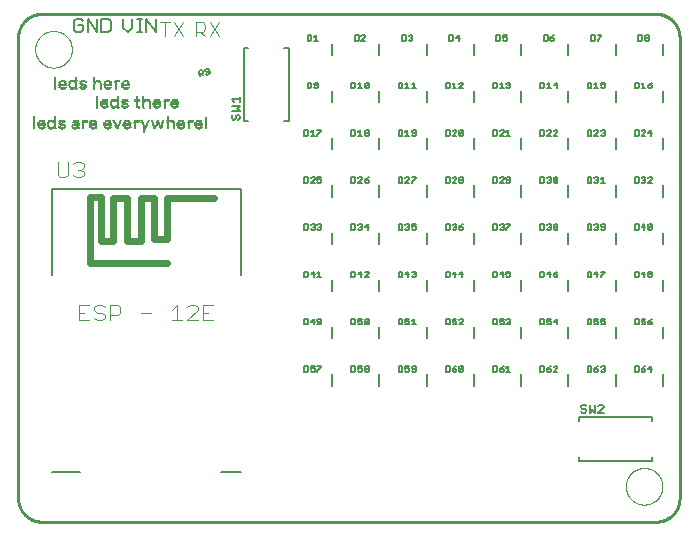
<source format=gto>
G75*
%MOIN*%
%OFA0B0*%
%FSLAX25Y25*%
%IPPOS*%
%LPD*%
%AMOC8*
5,1,8,0,0,1.08239X$1,22.5*
%
%ADD10C,0.01000*%
%ADD11C,0.00000*%
%ADD12R,0.00800X0.00200*%
%ADD13R,0.00600X0.00200*%
%ADD14R,0.01800X0.00200*%
%ADD15R,0.02400X0.00200*%
%ADD16R,0.01400X0.00200*%
%ADD17R,0.01600X0.00200*%
%ADD18R,0.02200X0.00200*%
%ADD19R,0.02600X0.00200*%
%ADD20R,0.01000X0.00200*%
%ADD21R,0.02800X0.00200*%
%ADD22R,0.01200X0.00200*%
%ADD23R,0.03000X0.00200*%
%ADD24R,0.02000X0.00200*%
%ADD25R,0.00400X0.00200*%
%ADD26C,0.00500*%
%ADD27C,0.00400*%
%ADD28C,0.00600*%
%ADD29C,0.02400*%
D10*
X0009374Y0001500D02*
X0214098Y0001500D01*
X0214288Y0001502D01*
X0214478Y0001509D01*
X0214668Y0001521D01*
X0214858Y0001537D01*
X0215047Y0001557D01*
X0215236Y0001583D01*
X0215424Y0001612D01*
X0215611Y0001647D01*
X0215797Y0001686D01*
X0215982Y0001729D01*
X0216167Y0001777D01*
X0216350Y0001829D01*
X0216531Y0001885D01*
X0216711Y0001946D01*
X0216890Y0002012D01*
X0217067Y0002081D01*
X0217243Y0002155D01*
X0217416Y0002233D01*
X0217588Y0002316D01*
X0217757Y0002402D01*
X0217925Y0002492D01*
X0218090Y0002587D01*
X0218253Y0002685D01*
X0218413Y0002788D01*
X0218571Y0002894D01*
X0218726Y0003004D01*
X0218879Y0003117D01*
X0219029Y0003235D01*
X0219175Y0003356D01*
X0219319Y0003480D01*
X0219460Y0003608D01*
X0219598Y0003739D01*
X0219733Y0003874D01*
X0219864Y0004012D01*
X0219992Y0004153D01*
X0220116Y0004297D01*
X0220237Y0004443D01*
X0220355Y0004593D01*
X0220468Y0004746D01*
X0220578Y0004901D01*
X0220684Y0005059D01*
X0220787Y0005219D01*
X0220885Y0005382D01*
X0220980Y0005547D01*
X0221070Y0005715D01*
X0221156Y0005884D01*
X0221239Y0006056D01*
X0221317Y0006229D01*
X0221391Y0006405D01*
X0221460Y0006582D01*
X0221526Y0006761D01*
X0221587Y0006941D01*
X0221643Y0007122D01*
X0221695Y0007305D01*
X0221743Y0007490D01*
X0221786Y0007675D01*
X0221825Y0007861D01*
X0221860Y0008048D01*
X0221889Y0008236D01*
X0221915Y0008425D01*
X0221935Y0008614D01*
X0221951Y0008804D01*
X0221963Y0008994D01*
X0221970Y0009184D01*
X0221972Y0009374D01*
X0221972Y0162917D01*
X0221970Y0163107D01*
X0221963Y0163297D01*
X0221951Y0163487D01*
X0221935Y0163677D01*
X0221915Y0163866D01*
X0221889Y0164055D01*
X0221860Y0164243D01*
X0221825Y0164430D01*
X0221786Y0164616D01*
X0221743Y0164801D01*
X0221695Y0164986D01*
X0221643Y0165169D01*
X0221587Y0165350D01*
X0221526Y0165530D01*
X0221460Y0165709D01*
X0221391Y0165886D01*
X0221317Y0166062D01*
X0221239Y0166235D01*
X0221156Y0166407D01*
X0221070Y0166576D01*
X0220980Y0166744D01*
X0220885Y0166909D01*
X0220787Y0167072D01*
X0220684Y0167232D01*
X0220578Y0167390D01*
X0220468Y0167545D01*
X0220355Y0167698D01*
X0220237Y0167848D01*
X0220116Y0167994D01*
X0219992Y0168138D01*
X0219864Y0168279D01*
X0219733Y0168417D01*
X0219598Y0168552D01*
X0219460Y0168683D01*
X0219319Y0168811D01*
X0219175Y0168935D01*
X0219029Y0169056D01*
X0218879Y0169174D01*
X0218726Y0169287D01*
X0218571Y0169397D01*
X0218413Y0169503D01*
X0218253Y0169606D01*
X0218090Y0169704D01*
X0217925Y0169799D01*
X0217757Y0169889D01*
X0217588Y0169975D01*
X0217416Y0170058D01*
X0217243Y0170136D01*
X0217067Y0170210D01*
X0216890Y0170279D01*
X0216711Y0170345D01*
X0216531Y0170406D01*
X0216350Y0170462D01*
X0216167Y0170514D01*
X0215982Y0170562D01*
X0215797Y0170605D01*
X0215611Y0170644D01*
X0215424Y0170679D01*
X0215236Y0170708D01*
X0215047Y0170734D01*
X0214858Y0170754D01*
X0214668Y0170770D01*
X0214478Y0170782D01*
X0214288Y0170789D01*
X0214098Y0170791D01*
X0009374Y0170791D01*
X0009184Y0170789D01*
X0008994Y0170782D01*
X0008804Y0170770D01*
X0008614Y0170754D01*
X0008425Y0170734D01*
X0008236Y0170708D01*
X0008048Y0170679D01*
X0007861Y0170644D01*
X0007675Y0170605D01*
X0007490Y0170562D01*
X0007305Y0170514D01*
X0007122Y0170462D01*
X0006941Y0170406D01*
X0006761Y0170345D01*
X0006582Y0170279D01*
X0006405Y0170210D01*
X0006229Y0170136D01*
X0006056Y0170058D01*
X0005884Y0169975D01*
X0005715Y0169889D01*
X0005547Y0169799D01*
X0005382Y0169704D01*
X0005219Y0169606D01*
X0005059Y0169503D01*
X0004901Y0169397D01*
X0004746Y0169287D01*
X0004593Y0169174D01*
X0004443Y0169056D01*
X0004297Y0168935D01*
X0004153Y0168811D01*
X0004012Y0168683D01*
X0003874Y0168552D01*
X0003739Y0168417D01*
X0003608Y0168279D01*
X0003480Y0168138D01*
X0003356Y0167994D01*
X0003235Y0167848D01*
X0003117Y0167698D01*
X0003004Y0167545D01*
X0002894Y0167390D01*
X0002788Y0167232D01*
X0002685Y0167072D01*
X0002587Y0166909D01*
X0002492Y0166744D01*
X0002402Y0166576D01*
X0002316Y0166407D01*
X0002233Y0166235D01*
X0002155Y0166062D01*
X0002081Y0165886D01*
X0002012Y0165709D01*
X0001946Y0165530D01*
X0001885Y0165350D01*
X0001829Y0165169D01*
X0001777Y0164986D01*
X0001729Y0164801D01*
X0001686Y0164616D01*
X0001647Y0164430D01*
X0001612Y0164243D01*
X0001583Y0164055D01*
X0001557Y0163866D01*
X0001537Y0163677D01*
X0001521Y0163487D01*
X0001509Y0163297D01*
X0001502Y0163107D01*
X0001500Y0162917D01*
X0001500Y0009374D01*
X0001502Y0009184D01*
X0001509Y0008994D01*
X0001521Y0008804D01*
X0001537Y0008614D01*
X0001557Y0008425D01*
X0001583Y0008236D01*
X0001612Y0008048D01*
X0001647Y0007861D01*
X0001686Y0007675D01*
X0001729Y0007490D01*
X0001777Y0007305D01*
X0001829Y0007122D01*
X0001885Y0006941D01*
X0001946Y0006761D01*
X0002012Y0006582D01*
X0002081Y0006405D01*
X0002155Y0006229D01*
X0002233Y0006056D01*
X0002316Y0005884D01*
X0002402Y0005715D01*
X0002492Y0005547D01*
X0002587Y0005382D01*
X0002685Y0005219D01*
X0002788Y0005059D01*
X0002894Y0004901D01*
X0003004Y0004746D01*
X0003117Y0004593D01*
X0003235Y0004443D01*
X0003356Y0004297D01*
X0003480Y0004153D01*
X0003608Y0004012D01*
X0003739Y0003874D01*
X0003874Y0003739D01*
X0004012Y0003608D01*
X0004153Y0003480D01*
X0004297Y0003356D01*
X0004443Y0003235D01*
X0004593Y0003117D01*
X0004746Y0003004D01*
X0004901Y0002894D01*
X0005059Y0002788D01*
X0005219Y0002685D01*
X0005382Y0002587D01*
X0005547Y0002492D01*
X0005715Y0002402D01*
X0005884Y0002316D01*
X0006056Y0002233D01*
X0006229Y0002155D01*
X0006405Y0002081D01*
X0006582Y0002012D01*
X0006761Y0001946D01*
X0006941Y0001885D01*
X0007122Y0001829D01*
X0007305Y0001777D01*
X0007490Y0001729D01*
X0007675Y0001686D01*
X0007861Y0001647D01*
X0008048Y0001612D01*
X0008236Y0001583D01*
X0008425Y0001557D01*
X0008614Y0001537D01*
X0008804Y0001521D01*
X0008994Y0001509D01*
X0009184Y0001502D01*
X0009374Y0001500D01*
D11*
X0204059Y0013311D02*
X0204061Y0013467D01*
X0204067Y0013623D01*
X0204077Y0013778D01*
X0204091Y0013933D01*
X0204109Y0014088D01*
X0204131Y0014242D01*
X0204156Y0014396D01*
X0204186Y0014549D01*
X0204220Y0014701D01*
X0204257Y0014853D01*
X0204298Y0015003D01*
X0204343Y0015152D01*
X0204392Y0015300D01*
X0204445Y0015447D01*
X0204501Y0015592D01*
X0204561Y0015736D01*
X0204625Y0015878D01*
X0204693Y0016019D01*
X0204764Y0016157D01*
X0204838Y0016294D01*
X0204916Y0016429D01*
X0204997Y0016562D01*
X0205082Y0016693D01*
X0205170Y0016822D01*
X0205261Y0016948D01*
X0205356Y0017072D01*
X0205453Y0017193D01*
X0205554Y0017312D01*
X0205658Y0017429D01*
X0205764Y0017542D01*
X0205874Y0017653D01*
X0205986Y0017761D01*
X0206101Y0017866D01*
X0206219Y0017969D01*
X0206339Y0018068D01*
X0206462Y0018164D01*
X0206587Y0018257D01*
X0206714Y0018346D01*
X0206844Y0018433D01*
X0206976Y0018516D01*
X0207110Y0018595D01*
X0207246Y0018672D01*
X0207384Y0018744D01*
X0207523Y0018814D01*
X0207665Y0018879D01*
X0207808Y0018941D01*
X0207952Y0018999D01*
X0208098Y0019054D01*
X0208246Y0019105D01*
X0208394Y0019152D01*
X0208544Y0019195D01*
X0208695Y0019234D01*
X0208847Y0019270D01*
X0208999Y0019301D01*
X0209153Y0019329D01*
X0209307Y0019353D01*
X0209461Y0019373D01*
X0209616Y0019389D01*
X0209772Y0019401D01*
X0209927Y0019409D01*
X0210083Y0019413D01*
X0210239Y0019413D01*
X0210395Y0019409D01*
X0210550Y0019401D01*
X0210706Y0019389D01*
X0210861Y0019373D01*
X0211015Y0019353D01*
X0211169Y0019329D01*
X0211323Y0019301D01*
X0211475Y0019270D01*
X0211627Y0019234D01*
X0211778Y0019195D01*
X0211928Y0019152D01*
X0212076Y0019105D01*
X0212224Y0019054D01*
X0212370Y0018999D01*
X0212514Y0018941D01*
X0212657Y0018879D01*
X0212799Y0018814D01*
X0212938Y0018744D01*
X0213076Y0018672D01*
X0213212Y0018595D01*
X0213346Y0018516D01*
X0213478Y0018433D01*
X0213608Y0018346D01*
X0213735Y0018257D01*
X0213860Y0018164D01*
X0213983Y0018068D01*
X0214103Y0017969D01*
X0214221Y0017866D01*
X0214336Y0017761D01*
X0214448Y0017653D01*
X0214558Y0017542D01*
X0214664Y0017429D01*
X0214768Y0017312D01*
X0214869Y0017193D01*
X0214966Y0017072D01*
X0215061Y0016948D01*
X0215152Y0016822D01*
X0215240Y0016693D01*
X0215325Y0016562D01*
X0215406Y0016429D01*
X0215484Y0016294D01*
X0215558Y0016157D01*
X0215629Y0016019D01*
X0215697Y0015878D01*
X0215761Y0015736D01*
X0215821Y0015592D01*
X0215877Y0015447D01*
X0215930Y0015300D01*
X0215979Y0015152D01*
X0216024Y0015003D01*
X0216065Y0014853D01*
X0216102Y0014701D01*
X0216136Y0014549D01*
X0216166Y0014396D01*
X0216191Y0014242D01*
X0216213Y0014088D01*
X0216231Y0013933D01*
X0216245Y0013778D01*
X0216255Y0013623D01*
X0216261Y0013467D01*
X0216263Y0013311D01*
X0216261Y0013155D01*
X0216255Y0012999D01*
X0216245Y0012844D01*
X0216231Y0012689D01*
X0216213Y0012534D01*
X0216191Y0012380D01*
X0216166Y0012226D01*
X0216136Y0012073D01*
X0216102Y0011921D01*
X0216065Y0011769D01*
X0216024Y0011619D01*
X0215979Y0011470D01*
X0215930Y0011322D01*
X0215877Y0011175D01*
X0215821Y0011030D01*
X0215761Y0010886D01*
X0215697Y0010744D01*
X0215629Y0010603D01*
X0215558Y0010465D01*
X0215484Y0010328D01*
X0215406Y0010193D01*
X0215325Y0010060D01*
X0215240Y0009929D01*
X0215152Y0009800D01*
X0215061Y0009674D01*
X0214966Y0009550D01*
X0214869Y0009429D01*
X0214768Y0009310D01*
X0214664Y0009193D01*
X0214558Y0009080D01*
X0214448Y0008969D01*
X0214336Y0008861D01*
X0214221Y0008756D01*
X0214103Y0008653D01*
X0213983Y0008554D01*
X0213860Y0008458D01*
X0213735Y0008365D01*
X0213608Y0008276D01*
X0213478Y0008189D01*
X0213346Y0008106D01*
X0213212Y0008027D01*
X0213076Y0007950D01*
X0212938Y0007878D01*
X0212799Y0007808D01*
X0212657Y0007743D01*
X0212514Y0007681D01*
X0212370Y0007623D01*
X0212224Y0007568D01*
X0212076Y0007517D01*
X0211928Y0007470D01*
X0211778Y0007427D01*
X0211627Y0007388D01*
X0211475Y0007352D01*
X0211323Y0007321D01*
X0211169Y0007293D01*
X0211015Y0007269D01*
X0210861Y0007249D01*
X0210706Y0007233D01*
X0210550Y0007221D01*
X0210395Y0007213D01*
X0210239Y0007209D01*
X0210083Y0007209D01*
X0209927Y0007213D01*
X0209772Y0007221D01*
X0209616Y0007233D01*
X0209461Y0007249D01*
X0209307Y0007269D01*
X0209153Y0007293D01*
X0208999Y0007321D01*
X0208847Y0007352D01*
X0208695Y0007388D01*
X0208544Y0007427D01*
X0208394Y0007470D01*
X0208246Y0007517D01*
X0208098Y0007568D01*
X0207952Y0007623D01*
X0207808Y0007681D01*
X0207665Y0007743D01*
X0207523Y0007808D01*
X0207384Y0007878D01*
X0207246Y0007950D01*
X0207110Y0008027D01*
X0206976Y0008106D01*
X0206844Y0008189D01*
X0206714Y0008276D01*
X0206587Y0008365D01*
X0206462Y0008458D01*
X0206339Y0008554D01*
X0206219Y0008653D01*
X0206101Y0008756D01*
X0205986Y0008861D01*
X0205874Y0008969D01*
X0205764Y0009080D01*
X0205658Y0009193D01*
X0205554Y0009310D01*
X0205453Y0009429D01*
X0205356Y0009550D01*
X0205261Y0009674D01*
X0205170Y0009800D01*
X0205082Y0009929D01*
X0204997Y0010060D01*
X0204916Y0010193D01*
X0204838Y0010328D01*
X0204764Y0010465D01*
X0204693Y0010603D01*
X0204625Y0010744D01*
X0204561Y0010886D01*
X0204501Y0011030D01*
X0204445Y0011175D01*
X0204392Y0011322D01*
X0204343Y0011470D01*
X0204298Y0011619D01*
X0204257Y0011769D01*
X0204220Y0011921D01*
X0204186Y0012073D01*
X0204156Y0012226D01*
X0204131Y0012380D01*
X0204109Y0012534D01*
X0204091Y0012689D01*
X0204077Y0012844D01*
X0204067Y0012999D01*
X0204061Y0013155D01*
X0204059Y0013311D01*
X0007209Y0158980D02*
X0007211Y0159136D01*
X0007217Y0159292D01*
X0007227Y0159447D01*
X0007241Y0159602D01*
X0007259Y0159757D01*
X0007281Y0159911D01*
X0007306Y0160065D01*
X0007336Y0160218D01*
X0007370Y0160370D01*
X0007407Y0160522D01*
X0007448Y0160672D01*
X0007493Y0160821D01*
X0007542Y0160969D01*
X0007595Y0161116D01*
X0007651Y0161261D01*
X0007711Y0161405D01*
X0007775Y0161547D01*
X0007843Y0161688D01*
X0007914Y0161826D01*
X0007988Y0161963D01*
X0008066Y0162098D01*
X0008147Y0162231D01*
X0008232Y0162362D01*
X0008320Y0162491D01*
X0008411Y0162617D01*
X0008506Y0162741D01*
X0008603Y0162862D01*
X0008704Y0162981D01*
X0008808Y0163098D01*
X0008914Y0163211D01*
X0009024Y0163322D01*
X0009136Y0163430D01*
X0009251Y0163535D01*
X0009369Y0163638D01*
X0009489Y0163737D01*
X0009612Y0163833D01*
X0009737Y0163926D01*
X0009864Y0164015D01*
X0009994Y0164102D01*
X0010126Y0164185D01*
X0010260Y0164264D01*
X0010396Y0164341D01*
X0010534Y0164413D01*
X0010673Y0164483D01*
X0010815Y0164548D01*
X0010958Y0164610D01*
X0011102Y0164668D01*
X0011248Y0164723D01*
X0011396Y0164774D01*
X0011544Y0164821D01*
X0011694Y0164864D01*
X0011845Y0164903D01*
X0011997Y0164939D01*
X0012149Y0164970D01*
X0012303Y0164998D01*
X0012457Y0165022D01*
X0012611Y0165042D01*
X0012766Y0165058D01*
X0012922Y0165070D01*
X0013077Y0165078D01*
X0013233Y0165082D01*
X0013389Y0165082D01*
X0013545Y0165078D01*
X0013700Y0165070D01*
X0013856Y0165058D01*
X0014011Y0165042D01*
X0014165Y0165022D01*
X0014319Y0164998D01*
X0014473Y0164970D01*
X0014625Y0164939D01*
X0014777Y0164903D01*
X0014928Y0164864D01*
X0015078Y0164821D01*
X0015226Y0164774D01*
X0015374Y0164723D01*
X0015520Y0164668D01*
X0015664Y0164610D01*
X0015807Y0164548D01*
X0015949Y0164483D01*
X0016088Y0164413D01*
X0016226Y0164341D01*
X0016362Y0164264D01*
X0016496Y0164185D01*
X0016628Y0164102D01*
X0016758Y0164015D01*
X0016885Y0163926D01*
X0017010Y0163833D01*
X0017133Y0163737D01*
X0017253Y0163638D01*
X0017371Y0163535D01*
X0017486Y0163430D01*
X0017598Y0163322D01*
X0017708Y0163211D01*
X0017814Y0163098D01*
X0017918Y0162981D01*
X0018019Y0162862D01*
X0018116Y0162741D01*
X0018211Y0162617D01*
X0018302Y0162491D01*
X0018390Y0162362D01*
X0018475Y0162231D01*
X0018556Y0162098D01*
X0018634Y0161963D01*
X0018708Y0161826D01*
X0018779Y0161688D01*
X0018847Y0161547D01*
X0018911Y0161405D01*
X0018971Y0161261D01*
X0019027Y0161116D01*
X0019080Y0160969D01*
X0019129Y0160821D01*
X0019174Y0160672D01*
X0019215Y0160522D01*
X0019252Y0160370D01*
X0019286Y0160218D01*
X0019316Y0160065D01*
X0019341Y0159911D01*
X0019363Y0159757D01*
X0019381Y0159602D01*
X0019395Y0159447D01*
X0019405Y0159292D01*
X0019411Y0159136D01*
X0019413Y0158980D01*
X0019411Y0158824D01*
X0019405Y0158668D01*
X0019395Y0158513D01*
X0019381Y0158358D01*
X0019363Y0158203D01*
X0019341Y0158049D01*
X0019316Y0157895D01*
X0019286Y0157742D01*
X0019252Y0157590D01*
X0019215Y0157438D01*
X0019174Y0157288D01*
X0019129Y0157139D01*
X0019080Y0156991D01*
X0019027Y0156844D01*
X0018971Y0156699D01*
X0018911Y0156555D01*
X0018847Y0156413D01*
X0018779Y0156272D01*
X0018708Y0156134D01*
X0018634Y0155997D01*
X0018556Y0155862D01*
X0018475Y0155729D01*
X0018390Y0155598D01*
X0018302Y0155469D01*
X0018211Y0155343D01*
X0018116Y0155219D01*
X0018019Y0155098D01*
X0017918Y0154979D01*
X0017814Y0154862D01*
X0017708Y0154749D01*
X0017598Y0154638D01*
X0017486Y0154530D01*
X0017371Y0154425D01*
X0017253Y0154322D01*
X0017133Y0154223D01*
X0017010Y0154127D01*
X0016885Y0154034D01*
X0016758Y0153945D01*
X0016628Y0153858D01*
X0016496Y0153775D01*
X0016362Y0153696D01*
X0016226Y0153619D01*
X0016088Y0153547D01*
X0015949Y0153477D01*
X0015807Y0153412D01*
X0015664Y0153350D01*
X0015520Y0153292D01*
X0015374Y0153237D01*
X0015226Y0153186D01*
X0015078Y0153139D01*
X0014928Y0153096D01*
X0014777Y0153057D01*
X0014625Y0153021D01*
X0014473Y0152990D01*
X0014319Y0152962D01*
X0014165Y0152938D01*
X0014011Y0152918D01*
X0013856Y0152902D01*
X0013700Y0152890D01*
X0013545Y0152882D01*
X0013389Y0152878D01*
X0013233Y0152878D01*
X0013077Y0152882D01*
X0012922Y0152890D01*
X0012766Y0152902D01*
X0012611Y0152918D01*
X0012457Y0152938D01*
X0012303Y0152962D01*
X0012149Y0152990D01*
X0011997Y0153021D01*
X0011845Y0153057D01*
X0011694Y0153096D01*
X0011544Y0153139D01*
X0011396Y0153186D01*
X0011248Y0153237D01*
X0011102Y0153292D01*
X0010958Y0153350D01*
X0010815Y0153412D01*
X0010673Y0153477D01*
X0010534Y0153547D01*
X0010396Y0153619D01*
X0010260Y0153696D01*
X0010126Y0153775D01*
X0009994Y0153858D01*
X0009864Y0153945D01*
X0009737Y0154034D01*
X0009612Y0154127D01*
X0009489Y0154223D01*
X0009369Y0154322D01*
X0009251Y0154425D01*
X0009136Y0154530D01*
X0009024Y0154638D01*
X0008914Y0154749D01*
X0008808Y0154862D01*
X0008704Y0154979D01*
X0008603Y0155098D01*
X0008506Y0155219D01*
X0008411Y0155343D01*
X0008320Y0155469D01*
X0008232Y0155598D01*
X0008147Y0155729D01*
X0008066Y0155862D01*
X0007988Y0155997D01*
X0007914Y0156134D01*
X0007843Y0156272D01*
X0007775Y0156413D01*
X0007711Y0156555D01*
X0007651Y0156699D01*
X0007595Y0156844D01*
X0007542Y0156991D01*
X0007493Y0157139D01*
X0007448Y0157288D01*
X0007407Y0157438D01*
X0007370Y0157590D01*
X0007336Y0157742D01*
X0007306Y0157895D01*
X0007281Y0158049D01*
X0007259Y0158203D01*
X0007241Y0158358D01*
X0007227Y0158513D01*
X0007217Y0158668D01*
X0007211Y0158824D01*
X0007209Y0158980D01*
D12*
X0013814Y0149554D03*
X0013814Y0149354D03*
X0013814Y0149154D03*
X0013814Y0148954D03*
X0013814Y0148754D03*
X0013814Y0148554D03*
X0013814Y0148354D03*
X0013814Y0148154D03*
X0013814Y0147954D03*
X0013814Y0147754D03*
X0013814Y0147554D03*
X0013814Y0147354D03*
X0013814Y0147154D03*
X0013814Y0146954D03*
X0013814Y0146754D03*
X0013814Y0146554D03*
X0013814Y0146354D03*
X0013814Y0146154D03*
X0013814Y0145954D03*
X0013814Y0145754D03*
X0013814Y0145554D03*
X0015414Y0146354D03*
X0015414Y0147354D03*
X0015414Y0147554D03*
X0017214Y0147754D03*
X0017414Y0147554D03*
X0018614Y0147154D03*
X0018614Y0146954D03*
X0018614Y0146754D03*
X0018814Y0146554D03*
X0018814Y0146354D03*
X0018814Y0147354D03*
X0018814Y0147554D03*
X0020814Y0147554D03*
X0020814Y0147354D03*
X0020814Y0146754D03*
X0020814Y0146554D03*
X0020814Y0146354D03*
X0022414Y0147554D03*
X0022414Y0147754D03*
X0023214Y0148554D03*
X0024014Y0147754D03*
X0024214Y0146354D03*
X0024014Y0146154D03*
X0027014Y0147354D03*
X0027014Y0147554D03*
X0029014Y0147554D03*
X0029014Y0147354D03*
X0029014Y0147154D03*
X0029014Y0146954D03*
X0029014Y0146754D03*
X0029014Y0146554D03*
X0029014Y0146354D03*
X0029014Y0146154D03*
X0029014Y0145954D03*
X0029014Y0145754D03*
X0029014Y0145554D03*
X0030414Y0146554D03*
X0030614Y0146354D03*
X0030414Y0147354D03*
X0030614Y0147754D03*
X0032414Y0147554D03*
X0034014Y0147554D03*
X0034014Y0147354D03*
X0034014Y0147154D03*
X0034014Y0146954D03*
X0034014Y0146754D03*
X0034014Y0146554D03*
X0034014Y0146354D03*
X0034014Y0146154D03*
X0034014Y0145954D03*
X0034014Y0145754D03*
X0034014Y0145554D03*
X0036214Y0146554D03*
X0036414Y0146354D03*
X0036414Y0147554D03*
X0036414Y0147754D03*
X0038214Y0147754D03*
X0038214Y0147554D03*
X0034014Y0148354D03*
X0034814Y0143154D03*
X0034814Y0142954D03*
X0034814Y0142754D03*
X0034814Y0142554D03*
X0034814Y0142354D03*
X0034814Y0142154D03*
X0034814Y0141154D03*
X0034814Y0140954D03*
X0034814Y0140754D03*
X0034814Y0140554D03*
X0034814Y0140354D03*
X0036214Y0139954D03*
X0036214Y0141354D03*
X0038014Y0140154D03*
X0038014Y0139954D03*
X0041014Y0139954D03*
X0041014Y0140154D03*
X0041014Y0140354D03*
X0041014Y0140554D03*
X0041014Y0140754D03*
X0041014Y0140954D03*
X0041014Y0141154D03*
X0041014Y0141354D03*
X0041014Y0142354D03*
X0041014Y0142554D03*
X0041014Y0142754D03*
X0041014Y0142954D03*
X0041014Y0143154D03*
X0043214Y0143154D03*
X0043214Y0142954D03*
X0043214Y0142754D03*
X0043214Y0142554D03*
X0043214Y0142354D03*
X0043214Y0142154D03*
X0043214Y0140954D03*
X0043214Y0140754D03*
X0043214Y0140554D03*
X0043214Y0140354D03*
X0043214Y0140154D03*
X0043214Y0139954D03*
X0043214Y0139754D03*
X0043214Y0139554D03*
X0043214Y0139354D03*
X0041814Y0139154D03*
X0045414Y0139354D03*
X0045414Y0139554D03*
X0045414Y0139754D03*
X0045414Y0139954D03*
X0045414Y0140154D03*
X0045414Y0140354D03*
X0045414Y0140554D03*
X0045414Y0140754D03*
X0045414Y0140954D03*
X0045414Y0141154D03*
X0046814Y0141154D03*
X0047014Y0141354D03*
X0046814Y0140154D03*
X0047014Y0139954D03*
X0048814Y0139954D03*
X0048814Y0141154D03*
X0048814Y0141354D03*
X0050414Y0141154D03*
X0050414Y0140954D03*
X0050414Y0140754D03*
X0050414Y0140554D03*
X0050414Y0140354D03*
X0050414Y0140154D03*
X0050414Y0139954D03*
X0050414Y0139754D03*
X0050414Y0139554D03*
X0050414Y0139354D03*
X0052614Y0140154D03*
X0052814Y0139954D03*
X0052614Y0141154D03*
X0052814Y0141354D03*
X0054614Y0141354D03*
X0054614Y0141154D03*
X0054614Y0139954D03*
X0058414Y0135154D03*
X0058414Y0134354D03*
X0058414Y0134154D03*
X0058414Y0133954D03*
X0058414Y0133754D03*
X0058414Y0133554D03*
X0058414Y0133354D03*
X0058414Y0133154D03*
X0058414Y0132954D03*
X0058414Y0132754D03*
X0058414Y0132554D03*
X0058414Y0132354D03*
X0056814Y0132954D03*
X0056814Y0134154D03*
X0056814Y0134354D03*
X0055014Y0134354D03*
X0054814Y0134154D03*
X0054814Y0133354D03*
X0055014Y0132954D03*
X0053414Y0132954D03*
X0053414Y0133154D03*
X0053414Y0133354D03*
X0053414Y0133554D03*
X0053414Y0133754D03*
X0053414Y0133954D03*
X0053414Y0134154D03*
X0053414Y0132754D03*
X0053414Y0132554D03*
X0053414Y0132354D03*
X0051414Y0134154D03*
X0051414Y0134354D03*
X0049814Y0134554D03*
X0049814Y0134754D03*
X0049814Y0134954D03*
X0049614Y0134354D03*
X0049614Y0134154D03*
X0049614Y0133954D03*
X0049014Y0132554D03*
X0049014Y0132354D03*
X0047014Y0132354D03*
X0046614Y0133754D03*
X0046614Y0133954D03*
X0046414Y0134154D03*
X0046414Y0134354D03*
X0046414Y0134554D03*
X0046214Y0134754D03*
X0046214Y0134954D03*
X0046214Y0135154D03*
X0045014Y0135154D03*
X0045014Y0134954D03*
X0044814Y0134754D03*
X0044814Y0134554D03*
X0044814Y0134354D03*
X0044614Y0134154D03*
X0044614Y0133954D03*
X0044414Y0133754D03*
X0044414Y0133554D03*
X0043414Y0133554D03*
X0043214Y0133754D03*
X0043214Y0133954D03*
X0043014Y0134154D03*
X0043014Y0134354D03*
X0042814Y0134754D03*
X0042814Y0134954D03*
X0042614Y0135154D03*
X0040414Y0135154D03*
X0040414Y0134154D03*
X0040414Y0133954D03*
X0040414Y0133754D03*
X0040414Y0133554D03*
X0040414Y0133354D03*
X0040414Y0133154D03*
X0040414Y0132954D03*
X0040414Y0132754D03*
X0040414Y0132554D03*
X0040414Y0132354D03*
X0038814Y0132954D03*
X0039014Y0134154D03*
X0038814Y0134354D03*
X0037014Y0134354D03*
X0037014Y0133354D03*
X0037014Y0133154D03*
X0035414Y0133954D03*
X0035414Y0134154D03*
X0035414Y0134354D03*
X0035614Y0134554D03*
X0035614Y0134754D03*
X0035814Y0134954D03*
X0035814Y0135154D03*
X0035214Y0133754D03*
X0035214Y0133554D03*
X0034014Y0133754D03*
X0034014Y0133954D03*
X0033814Y0134154D03*
X0033814Y0134354D03*
X0033614Y0134554D03*
X0033614Y0134754D03*
X0033414Y0135154D03*
X0032414Y0134154D03*
X0032214Y0134354D03*
X0032214Y0132954D03*
X0030414Y0132954D03*
X0030214Y0133354D03*
X0030414Y0134354D03*
X0027614Y0134354D03*
X0027614Y0134154D03*
X0027414Y0132954D03*
X0026614Y0132154D03*
X0025614Y0133154D03*
X0025614Y0133354D03*
X0025614Y0134154D03*
X0025614Y0134354D03*
X0025814Y0134554D03*
X0023214Y0134154D03*
X0023214Y0133954D03*
X0023214Y0133754D03*
X0023214Y0133554D03*
X0023214Y0133354D03*
X0023214Y0133154D03*
X0023214Y0132954D03*
X0023214Y0132754D03*
X0023214Y0132554D03*
X0023214Y0132354D03*
X0021614Y0132354D03*
X0021614Y0133154D03*
X0021614Y0133354D03*
X0021614Y0134154D03*
X0021614Y0134354D03*
X0023214Y0135154D03*
X0019814Y0133354D03*
X0019614Y0133154D03*
X0019614Y0132954D03*
X0017014Y0132954D03*
X0017014Y0133154D03*
X0016214Y0132154D03*
X0015414Y0134354D03*
X0015414Y0134554D03*
X0013814Y0134154D03*
X0013814Y0133954D03*
X0013814Y0133754D03*
X0013814Y0133554D03*
X0013814Y0133354D03*
X0013814Y0133154D03*
X0013814Y0135154D03*
X0013814Y0135354D03*
X0013814Y0135554D03*
X0013814Y0135754D03*
X0013814Y0135954D03*
X0013814Y0136154D03*
X0011814Y0134354D03*
X0011614Y0134154D03*
X0011614Y0133954D03*
X0011614Y0133754D03*
X0011614Y0133554D03*
X0011614Y0133354D03*
X0011814Y0133154D03*
X0010214Y0132954D03*
X0010214Y0134354D03*
X0008414Y0134354D03*
X0008214Y0134154D03*
X0008214Y0133354D03*
X0008414Y0132954D03*
X0006814Y0132954D03*
X0006814Y0133154D03*
X0006814Y0133354D03*
X0006814Y0133554D03*
X0006814Y0133754D03*
X0006814Y0133954D03*
X0006814Y0134154D03*
X0006814Y0134354D03*
X0006814Y0134554D03*
X0006814Y0134754D03*
X0006814Y0134954D03*
X0006814Y0135154D03*
X0006814Y0135354D03*
X0006814Y0135554D03*
X0006814Y0135754D03*
X0006814Y0135954D03*
X0006814Y0136154D03*
X0006814Y0132754D03*
X0006814Y0132554D03*
X0006814Y0132354D03*
X0027814Y0139554D03*
X0027814Y0139754D03*
X0027814Y0139954D03*
X0027814Y0140154D03*
X0027814Y0140354D03*
X0027814Y0140554D03*
X0027814Y0140754D03*
X0027814Y0140954D03*
X0027814Y0141154D03*
X0027814Y0141354D03*
X0027814Y0141554D03*
X0027814Y0141754D03*
X0027814Y0141954D03*
X0027814Y0142154D03*
X0027814Y0142354D03*
X0027814Y0142554D03*
X0027814Y0142754D03*
X0027814Y0142954D03*
X0029214Y0141154D03*
X0029214Y0140154D03*
X0031214Y0141154D03*
X0031214Y0141354D03*
X0032614Y0141154D03*
X0032614Y0140954D03*
X0032614Y0140754D03*
X0032614Y0140554D03*
X0032614Y0140354D03*
X0032614Y0140154D03*
X0034614Y0132354D03*
X0043414Y0131354D03*
X0043414Y0131154D03*
X0043614Y0131554D03*
X0043614Y0131754D03*
X0043614Y0131954D03*
X0043814Y0132154D03*
X0043814Y0132354D03*
X0048014Y0134954D03*
X0048014Y0135154D03*
X0060614Y0134154D03*
X0060814Y0134354D03*
X0060614Y0133354D03*
X0060814Y0132954D03*
X0062614Y0132954D03*
X0062814Y0134154D03*
X0062614Y0134354D03*
X0064214Y0134354D03*
X0064214Y0134554D03*
X0064214Y0134754D03*
X0064214Y0134954D03*
X0064214Y0135154D03*
X0064214Y0135354D03*
X0064214Y0135554D03*
X0064214Y0135754D03*
X0064214Y0135954D03*
X0064214Y0136154D03*
X0064214Y0134154D03*
X0064214Y0133954D03*
X0064214Y0133754D03*
X0064214Y0133554D03*
X0064214Y0132954D03*
X0064214Y0132754D03*
X0064214Y0132554D03*
X0064214Y0132354D03*
X0020814Y0148554D03*
X0020814Y0148754D03*
X0020814Y0148954D03*
X0020814Y0149154D03*
X0020814Y0149354D03*
D13*
X0020914Y0149554D03*
X0020914Y0147154D03*
X0020914Y0146954D03*
X0020914Y0145554D03*
X0022314Y0146354D03*
X0016314Y0148554D03*
X0015314Y0146554D03*
X0013914Y0136354D03*
X0010314Y0134154D03*
X0008314Y0133154D03*
X0009314Y0132154D03*
X0012514Y0132154D03*
X0020314Y0132154D03*
X0030314Y0133154D03*
X0030314Y0134154D03*
X0031314Y0132154D03*
X0036914Y0134154D03*
X0037914Y0132154D03*
X0043314Y0139154D03*
X0037914Y0141354D03*
X0031114Y0139954D03*
X0027714Y0139354D03*
X0027714Y0139154D03*
X0027714Y0143154D03*
X0026914Y0145554D03*
X0026914Y0145754D03*
X0026914Y0145954D03*
X0026914Y0146154D03*
X0026914Y0146354D03*
X0026914Y0146554D03*
X0026914Y0146754D03*
X0026914Y0146954D03*
X0026914Y0147154D03*
X0026914Y0148354D03*
X0026914Y0148554D03*
X0026914Y0148754D03*
X0026914Y0148954D03*
X0026914Y0149154D03*
X0026914Y0149354D03*
X0026914Y0149554D03*
X0028114Y0148554D03*
X0030514Y0147554D03*
X0031514Y0148554D03*
X0037314Y0148554D03*
X0050314Y0142154D03*
X0051514Y0142154D03*
X0050314Y0139154D03*
X0051314Y0136354D03*
X0051314Y0136154D03*
X0051314Y0135954D03*
X0051314Y0135754D03*
X0051314Y0135554D03*
X0051314Y0135354D03*
X0051314Y0135154D03*
X0051314Y0133954D03*
X0051314Y0133754D03*
X0051314Y0133554D03*
X0051314Y0133354D03*
X0051314Y0133154D03*
X0051314Y0132954D03*
X0051314Y0132754D03*
X0051314Y0132554D03*
X0051314Y0132354D03*
X0049514Y0133754D03*
X0049914Y0135154D03*
X0054914Y0133154D03*
X0055914Y0132154D03*
X0060714Y0133154D03*
X0061714Y0132154D03*
D14*
X0061714Y0132354D03*
X0061714Y0134954D03*
X0058914Y0134554D03*
X0055914Y0134954D03*
X0055914Y0132354D03*
X0053714Y0139354D03*
X0053714Y0141954D03*
X0050914Y0141554D03*
X0047914Y0141954D03*
X0047914Y0139354D03*
X0047114Y0133554D03*
X0040914Y0134554D03*
X0037914Y0134954D03*
X0037114Y0139354D03*
X0037114Y0141954D03*
X0030314Y0141954D03*
X0030314Y0139354D03*
X0031314Y0134954D03*
X0031314Y0132354D03*
X0023714Y0134554D03*
X0021114Y0133954D03*
X0016114Y0132354D03*
X0009314Y0132354D03*
X0009314Y0134954D03*
X0023514Y0146754D03*
D15*
X0023214Y0145954D03*
X0023214Y0147954D03*
X0020014Y0148354D03*
X0016414Y0147954D03*
X0016414Y0145954D03*
X0020014Y0145754D03*
X0030214Y0141554D03*
X0034014Y0139354D03*
X0031414Y0132754D03*
X0026614Y0132754D03*
X0026614Y0134754D03*
X0020814Y0133754D03*
X0016214Y0134754D03*
X0016214Y0132754D03*
X0013014Y0132354D03*
X0031614Y0145954D03*
X0031414Y0147954D03*
X0037414Y0145954D03*
X0038014Y0132754D03*
X0052214Y0134954D03*
X0061814Y0132754D03*
D16*
X0061714Y0135154D03*
X0055914Y0135154D03*
X0048114Y0134154D03*
X0047114Y0133354D03*
X0047114Y0133154D03*
X0043914Y0132954D03*
X0037914Y0135154D03*
X0041514Y0139554D03*
X0043514Y0141554D03*
X0037114Y0142154D03*
X0036714Y0140954D03*
X0037314Y0145554D03*
X0037314Y0148354D03*
X0031514Y0145554D03*
X0031314Y0135154D03*
X0026514Y0135154D03*
X0020714Y0135154D03*
X0020314Y0132354D03*
X0016714Y0133354D03*
X0009314Y0135154D03*
X0016314Y0145554D03*
D17*
X0016414Y0148354D03*
X0023214Y0148354D03*
X0023214Y0145554D03*
X0028214Y0148354D03*
X0031414Y0148354D03*
X0037614Y0140354D03*
X0041414Y0139754D03*
X0043814Y0133354D03*
X0043814Y0133154D03*
X0048014Y0133754D03*
X0048014Y0133954D03*
X0049014Y0133554D03*
X0049014Y0133354D03*
X0038014Y0132354D03*
X0034614Y0133154D03*
X0034614Y0133354D03*
X0026614Y0132354D03*
X0016214Y0135154D03*
X0015814Y0133954D03*
D18*
X0016114Y0132554D03*
X0020714Y0134754D03*
X0026714Y0132554D03*
X0031314Y0132554D03*
X0031314Y0134754D03*
X0030314Y0139554D03*
X0030314Y0141754D03*
X0031514Y0148154D03*
X0037314Y0148154D03*
X0037314Y0147954D03*
X0037114Y0141754D03*
X0037114Y0139554D03*
X0041114Y0141554D03*
X0041114Y0141754D03*
X0041114Y0141954D03*
X0041114Y0142154D03*
X0047914Y0141754D03*
X0047914Y0139554D03*
X0053714Y0139554D03*
X0053714Y0141754D03*
X0055914Y0134754D03*
X0055914Y0132554D03*
X0061714Y0132554D03*
X0061714Y0134754D03*
X0037914Y0134754D03*
X0037914Y0132554D03*
X0009314Y0132554D03*
X0009314Y0134754D03*
D19*
X0009314Y0132754D03*
X0012914Y0132554D03*
X0012914Y0134754D03*
X0012914Y0134954D03*
X0020714Y0133554D03*
X0020714Y0132754D03*
X0020714Y0132554D03*
X0030314Y0139754D03*
X0033914Y0139554D03*
X0037114Y0139754D03*
X0037114Y0141554D03*
X0033914Y0141954D03*
X0027914Y0147954D03*
X0027914Y0148154D03*
X0019914Y0148154D03*
X0019914Y0147954D03*
X0019914Y0145954D03*
X0044114Y0141954D03*
X0047914Y0139754D03*
X0053714Y0139754D03*
X0052314Y0134754D03*
X0055914Y0132754D03*
D20*
X0055114Y0134554D03*
X0056714Y0134554D03*
X0059514Y0135154D03*
X0060914Y0134554D03*
X0062514Y0134554D03*
X0053714Y0139154D03*
X0053714Y0142154D03*
X0050514Y0141354D03*
X0048514Y0141554D03*
X0045314Y0141354D03*
X0044514Y0142154D03*
X0043314Y0141354D03*
X0043314Y0141154D03*
X0047914Y0139154D03*
X0048114Y0134754D03*
X0047114Y0132754D03*
X0047114Y0132554D03*
X0043914Y0132554D03*
X0040514Y0134354D03*
X0041514Y0135154D03*
X0042914Y0134554D03*
X0038714Y0134554D03*
X0037114Y0134554D03*
X0037114Y0132954D03*
X0034714Y0132554D03*
X0034114Y0133554D03*
X0033514Y0134954D03*
X0032114Y0134554D03*
X0030514Y0134554D03*
X0027314Y0134554D03*
X0025714Y0132954D03*
X0024314Y0135154D03*
X0023314Y0134354D03*
X0021514Y0134554D03*
X0021514Y0132954D03*
X0016914Y0134554D03*
X0015514Y0134154D03*
X0015314Y0132954D03*
X0013714Y0132954D03*
X0013714Y0134354D03*
X0011914Y0134554D03*
X0011914Y0132954D03*
X0010114Y0134554D03*
X0008514Y0134554D03*
X0015514Y0146154D03*
X0015514Y0147754D03*
X0017314Y0147354D03*
X0017114Y0146154D03*
X0018914Y0147754D03*
X0020714Y0147754D03*
X0022514Y0146154D03*
X0023914Y0146554D03*
X0027114Y0147754D03*
X0028914Y0147754D03*
X0030714Y0146154D03*
X0032314Y0146154D03*
X0032514Y0147354D03*
X0032314Y0147754D03*
X0034114Y0147754D03*
X0035114Y0148354D03*
X0036314Y0147354D03*
X0036514Y0146154D03*
X0038114Y0146154D03*
X0038314Y0147354D03*
X0034714Y0141354D03*
X0034714Y0140154D03*
X0034714Y0139954D03*
X0033514Y0139154D03*
X0032714Y0139954D03*
X0032714Y0141354D03*
X0033514Y0142154D03*
X0029314Y0141354D03*
X0029314Y0139954D03*
X0030314Y0139154D03*
X0036314Y0141154D03*
X0037114Y0139154D03*
X0051514Y0134554D03*
X0053114Y0134554D03*
X0053314Y0134354D03*
D21*
X0053614Y0140354D03*
X0047814Y0140354D03*
X0047814Y0140954D03*
X0044214Y0141754D03*
X0033814Y0141754D03*
X0033814Y0141554D03*
X0033814Y0139754D03*
X0030214Y0140354D03*
X0030214Y0140554D03*
X0030214Y0140754D03*
X0030214Y0140954D03*
X0031414Y0146754D03*
X0026614Y0133954D03*
X0026614Y0133754D03*
X0026614Y0133554D03*
X0038014Y0133954D03*
X0012814Y0132754D03*
D22*
X0013614Y0134554D03*
X0012614Y0135154D03*
X0020014Y0134554D03*
X0030214Y0142154D03*
X0022614Y0147354D03*
X0020614Y0146154D03*
X0019614Y0145554D03*
X0019014Y0146154D03*
X0034614Y0132954D03*
X0034614Y0132754D03*
X0041614Y0139354D03*
X0045014Y0141554D03*
X0047214Y0141554D03*
X0047814Y0142154D03*
X0053014Y0141554D03*
X0054414Y0141554D03*
X0052614Y0135154D03*
X0049014Y0133154D03*
X0049014Y0132954D03*
X0049014Y0132754D03*
X0048014Y0134354D03*
X0048014Y0134554D03*
X0047014Y0132954D03*
X0043814Y0132754D03*
D23*
X0037914Y0133554D03*
X0037914Y0133754D03*
X0031314Y0133754D03*
X0031314Y0133954D03*
X0031314Y0133554D03*
X0047914Y0140554D03*
X0047914Y0140754D03*
X0053714Y0140754D03*
X0053714Y0140954D03*
X0053714Y0140554D03*
X0055914Y0133954D03*
X0055914Y0133754D03*
X0055914Y0133554D03*
X0061714Y0133554D03*
X0061714Y0133754D03*
X0061714Y0133954D03*
X0037314Y0146754D03*
X0037314Y0146954D03*
X0037314Y0147154D03*
X0031514Y0147154D03*
X0031514Y0146954D03*
X0016314Y0146954D03*
X0016314Y0147154D03*
X0016314Y0146754D03*
X0009314Y0133954D03*
X0009314Y0133754D03*
X0009314Y0133554D03*
D24*
X0016214Y0133754D03*
X0016414Y0133554D03*
X0016214Y0134954D03*
X0020814Y0134954D03*
X0023814Y0134954D03*
X0023814Y0134754D03*
X0026614Y0134954D03*
X0037014Y0140754D03*
X0037214Y0140554D03*
X0037414Y0145754D03*
X0034614Y0147954D03*
X0034614Y0148154D03*
X0031614Y0145754D03*
X0023214Y0145754D03*
X0023214Y0146954D03*
X0023014Y0147154D03*
X0023214Y0148154D03*
X0016414Y0148154D03*
X0016414Y0145754D03*
X0041014Y0134954D03*
X0041014Y0134754D03*
X0051014Y0141754D03*
X0051014Y0141954D03*
X0059014Y0134954D03*
X0059014Y0134754D03*
D25*
X0045414Y0139154D03*
X0034814Y0139154D03*
X0019614Y0148554D03*
X0006814Y0136354D03*
D26*
X0012917Y0112524D02*
X0075909Y0112524D01*
X0075909Y0083783D01*
X0096860Y0082990D02*
X0097811Y0082990D01*
X0098128Y0083307D01*
X0098128Y0084575D01*
X0097811Y0084892D01*
X0096860Y0084892D01*
X0096860Y0082990D01*
X0099070Y0083941D02*
X0100021Y0084892D01*
X0100021Y0082990D01*
X0100338Y0083941D02*
X0099070Y0083941D01*
X0101280Y0084258D02*
X0101914Y0084892D01*
X0101914Y0082990D01*
X0101280Y0082990D02*
X0102548Y0082990D01*
X0106175Y0082115D02*
X0106175Y0078365D01*
X0112608Y0082990D02*
X0113559Y0082990D01*
X0113876Y0083307D01*
X0113876Y0084575D01*
X0113559Y0084892D01*
X0112608Y0084892D01*
X0112608Y0082990D01*
X0114818Y0083941D02*
X0115769Y0084892D01*
X0115769Y0082990D01*
X0116086Y0083941D02*
X0114818Y0083941D01*
X0117028Y0084575D02*
X0117345Y0084892D01*
X0117979Y0084892D01*
X0118296Y0084575D01*
X0118296Y0084258D01*
X0117028Y0082990D01*
X0118296Y0082990D01*
X0121923Y0082115D02*
X0121923Y0078365D01*
X0128356Y0082990D02*
X0129307Y0082990D01*
X0129624Y0083307D01*
X0129624Y0084575D01*
X0129307Y0084892D01*
X0128356Y0084892D01*
X0128356Y0082990D01*
X0130566Y0083941D02*
X0131517Y0084892D01*
X0131517Y0082990D01*
X0131834Y0083941D02*
X0130566Y0083941D01*
X0132776Y0084575D02*
X0133093Y0084892D01*
X0133727Y0084892D01*
X0134044Y0084575D01*
X0134044Y0084258D01*
X0133727Y0083941D01*
X0134044Y0083624D01*
X0134044Y0083307D01*
X0133727Y0082990D01*
X0133093Y0082990D01*
X0132776Y0083307D01*
X0133410Y0083941D02*
X0133727Y0083941D01*
X0137671Y0082115D02*
X0137671Y0078365D01*
X0144104Y0082990D02*
X0145055Y0082990D01*
X0145372Y0083307D01*
X0145372Y0084575D01*
X0145055Y0084892D01*
X0144104Y0084892D01*
X0144104Y0082990D01*
X0146314Y0083941D02*
X0147265Y0084892D01*
X0147265Y0082990D01*
X0147582Y0083941D02*
X0146314Y0083941D01*
X0148524Y0083941D02*
X0149475Y0084892D01*
X0149475Y0082990D01*
X0149792Y0083941D02*
X0148524Y0083941D01*
X0153419Y0082115D02*
X0153419Y0078365D01*
X0159852Y0082990D02*
X0160803Y0082990D01*
X0161120Y0083307D01*
X0161120Y0084575D01*
X0160803Y0084892D01*
X0159852Y0084892D01*
X0159852Y0082990D01*
X0162062Y0083941D02*
X0163013Y0084892D01*
X0163013Y0082990D01*
X0163330Y0083941D02*
X0162062Y0083941D01*
X0164272Y0083941D02*
X0164272Y0084892D01*
X0165540Y0084892D01*
X0165223Y0084258D02*
X0165540Y0083941D01*
X0165540Y0083307D01*
X0165223Y0082990D01*
X0164589Y0082990D01*
X0164272Y0083307D01*
X0164272Y0083941D02*
X0164906Y0084258D01*
X0165223Y0084258D01*
X0169167Y0082115D02*
X0169167Y0078365D01*
X0175601Y0082990D02*
X0176551Y0082990D01*
X0176868Y0083307D01*
X0176868Y0084575D01*
X0176551Y0084892D01*
X0175601Y0084892D01*
X0175601Y0082990D01*
X0177810Y0083941D02*
X0178761Y0084892D01*
X0178761Y0082990D01*
X0179078Y0083941D02*
X0177810Y0083941D01*
X0180020Y0083941D02*
X0180654Y0084575D01*
X0181288Y0084892D01*
X0180971Y0083941D02*
X0180020Y0083941D01*
X0180020Y0083307D01*
X0180337Y0082990D01*
X0180971Y0082990D01*
X0181288Y0083307D01*
X0181288Y0083624D01*
X0180971Y0083941D01*
X0184915Y0082115D02*
X0184915Y0078365D01*
X0191349Y0082990D02*
X0192299Y0082990D01*
X0192616Y0083307D01*
X0192616Y0084575D01*
X0192299Y0084892D01*
X0191349Y0084892D01*
X0191349Y0082990D01*
X0193558Y0083941D02*
X0194826Y0083941D01*
X0194509Y0082990D02*
X0194509Y0084892D01*
X0193558Y0083941D01*
X0195768Y0083307D02*
X0195768Y0082990D01*
X0195768Y0083307D02*
X0197036Y0084575D01*
X0197036Y0084892D01*
X0195768Y0084892D01*
X0200663Y0082115D02*
X0200663Y0078365D01*
X0207097Y0082990D02*
X0208047Y0082990D01*
X0208364Y0083307D01*
X0208364Y0084575D01*
X0208047Y0084892D01*
X0207097Y0084892D01*
X0207097Y0082990D01*
X0209306Y0083941D02*
X0210574Y0083941D01*
X0211516Y0084258D02*
X0211516Y0084575D01*
X0211833Y0084892D01*
X0212467Y0084892D01*
X0212784Y0084575D01*
X0212784Y0084258D01*
X0212467Y0083941D01*
X0211833Y0083941D01*
X0211516Y0084258D01*
X0211833Y0083941D02*
X0211516Y0083624D01*
X0211516Y0083307D01*
X0211833Y0082990D01*
X0212467Y0082990D01*
X0212784Y0083307D01*
X0212784Y0083624D01*
X0212467Y0083941D01*
X0210257Y0084892D02*
X0209306Y0083941D01*
X0210257Y0082990D02*
X0210257Y0084892D01*
X0216411Y0082115D02*
X0216411Y0078365D01*
X0212784Y0069144D02*
X0212150Y0068827D01*
X0211516Y0068193D01*
X0212467Y0068193D01*
X0212784Y0067876D01*
X0212784Y0067559D01*
X0212467Y0067242D01*
X0211833Y0067242D01*
X0211516Y0067559D01*
X0211516Y0068193D01*
X0210574Y0068193D02*
X0210574Y0067559D01*
X0210257Y0067242D01*
X0209623Y0067242D01*
X0209306Y0067559D01*
X0209306Y0068193D02*
X0209940Y0068510D01*
X0210257Y0068510D01*
X0210574Y0068193D01*
X0210574Y0069144D02*
X0209306Y0069144D01*
X0209306Y0068193D01*
X0208364Y0068827D02*
X0208047Y0069144D01*
X0207097Y0069144D01*
X0207097Y0067242D01*
X0208047Y0067242D01*
X0208364Y0067559D01*
X0208364Y0068827D01*
X0216411Y0066367D02*
X0216411Y0062617D01*
X0212467Y0053396D02*
X0211516Y0052445D01*
X0212784Y0052445D01*
X0212467Y0051494D02*
X0212467Y0053396D01*
X0210574Y0053396D02*
X0209940Y0053079D01*
X0209306Y0052445D01*
X0210257Y0052445D01*
X0210574Y0052128D01*
X0210574Y0051811D01*
X0210257Y0051494D01*
X0209623Y0051494D01*
X0209306Y0051811D01*
X0209306Y0052445D01*
X0208364Y0053079D02*
X0208047Y0053396D01*
X0207097Y0053396D01*
X0207097Y0051494D01*
X0208047Y0051494D01*
X0208364Y0051811D01*
X0208364Y0053079D01*
X0216411Y0050619D02*
X0216411Y0046869D01*
X0212917Y0036539D02*
X0212917Y0034965D01*
X0212917Y0036539D02*
X0188508Y0036539D01*
X0188508Y0034965D01*
X0188508Y0023154D02*
X0188508Y0021579D01*
X0212917Y0021579D01*
X0212917Y0023154D01*
X0200663Y0046869D02*
X0200663Y0050619D01*
X0197036Y0051811D02*
X0196719Y0051494D01*
X0196085Y0051494D01*
X0195768Y0051811D01*
X0196402Y0052445D02*
X0196719Y0052445D01*
X0197036Y0052128D01*
X0197036Y0051811D01*
X0196719Y0052445D02*
X0197036Y0052762D01*
X0197036Y0053079D01*
X0196719Y0053396D01*
X0196085Y0053396D01*
X0195768Y0053079D01*
X0194826Y0053396D02*
X0194192Y0053079D01*
X0193558Y0052445D01*
X0194509Y0052445D01*
X0194826Y0052128D01*
X0194826Y0051811D01*
X0194509Y0051494D01*
X0193875Y0051494D01*
X0193558Y0051811D01*
X0193558Y0052445D01*
X0192616Y0053079D02*
X0192299Y0053396D01*
X0191349Y0053396D01*
X0191349Y0051494D01*
X0192299Y0051494D01*
X0192616Y0051811D01*
X0192616Y0053079D01*
X0184915Y0050619D02*
X0184915Y0046869D01*
X0181288Y0051494D02*
X0180020Y0051494D01*
X0181288Y0052762D01*
X0181288Y0053079D01*
X0180971Y0053396D01*
X0180337Y0053396D01*
X0180020Y0053079D01*
X0179078Y0053396D02*
X0178444Y0053079D01*
X0177810Y0052445D01*
X0178761Y0052445D01*
X0179078Y0052128D01*
X0179078Y0051811D01*
X0178761Y0051494D01*
X0178127Y0051494D01*
X0177810Y0051811D01*
X0177810Y0052445D01*
X0176868Y0053079D02*
X0176551Y0053396D01*
X0175601Y0053396D01*
X0175601Y0051494D01*
X0176551Y0051494D01*
X0176868Y0051811D01*
X0176868Y0053079D01*
X0169167Y0050619D02*
X0169167Y0046869D01*
X0165540Y0051494D02*
X0164272Y0051494D01*
X0164906Y0051494D02*
X0164906Y0053396D01*
X0164272Y0052762D01*
X0163330Y0053396D02*
X0162696Y0053079D01*
X0162062Y0052445D01*
X0163013Y0052445D01*
X0163330Y0052128D01*
X0163330Y0051811D01*
X0163013Y0051494D01*
X0162379Y0051494D01*
X0162062Y0051811D01*
X0162062Y0052445D01*
X0161120Y0053079D02*
X0160803Y0053396D01*
X0159852Y0053396D01*
X0159852Y0051494D01*
X0160803Y0051494D01*
X0161120Y0051811D01*
X0161120Y0053079D01*
X0153419Y0050619D02*
X0153419Y0046869D01*
X0149475Y0051494D02*
X0148841Y0051494D01*
X0148524Y0051811D01*
X0149792Y0053079D01*
X0149792Y0051811D01*
X0149475Y0051494D01*
X0148524Y0051811D02*
X0148524Y0053079D01*
X0148841Y0053396D01*
X0149475Y0053396D01*
X0149792Y0053079D01*
X0147582Y0053396D02*
X0146948Y0053079D01*
X0146314Y0052445D01*
X0147265Y0052445D01*
X0147582Y0052128D01*
X0147582Y0051811D01*
X0147265Y0051494D01*
X0146631Y0051494D01*
X0146314Y0051811D01*
X0146314Y0052445D01*
X0145372Y0053079D02*
X0145055Y0053396D01*
X0144104Y0053396D01*
X0144104Y0051494D01*
X0145055Y0051494D01*
X0145372Y0051811D01*
X0145372Y0053079D01*
X0137671Y0050619D02*
X0137671Y0046869D01*
X0133727Y0051494D02*
X0134044Y0051811D01*
X0134044Y0053079D01*
X0133727Y0053396D01*
X0133093Y0053396D01*
X0132776Y0053079D01*
X0132776Y0052762D01*
X0133093Y0052445D01*
X0134044Y0052445D01*
X0133727Y0051494D02*
X0133093Y0051494D01*
X0132776Y0051811D01*
X0131834Y0051811D02*
X0131517Y0051494D01*
X0130883Y0051494D01*
X0130566Y0051811D01*
X0130566Y0052445D02*
X0131200Y0052762D01*
X0131517Y0052762D01*
X0131834Y0052445D01*
X0131834Y0051811D01*
X0130566Y0052445D02*
X0130566Y0053396D01*
X0131834Y0053396D01*
X0129624Y0053079D02*
X0129307Y0053396D01*
X0128356Y0053396D01*
X0128356Y0051494D01*
X0129307Y0051494D01*
X0129624Y0051811D01*
X0129624Y0053079D01*
X0121923Y0050619D02*
X0121923Y0046869D01*
X0117979Y0051494D02*
X0117345Y0051494D01*
X0117028Y0051811D01*
X0117028Y0052128D01*
X0117345Y0052445D01*
X0117979Y0052445D01*
X0118296Y0052128D01*
X0118296Y0051811D01*
X0117979Y0051494D01*
X0117979Y0052445D02*
X0118296Y0052762D01*
X0118296Y0053079D01*
X0117979Y0053396D01*
X0117345Y0053396D01*
X0117028Y0053079D01*
X0117028Y0052762D01*
X0117345Y0052445D01*
X0116086Y0052445D02*
X0116086Y0051811D01*
X0115769Y0051494D01*
X0115135Y0051494D01*
X0114818Y0051811D01*
X0114818Y0052445D02*
X0115452Y0052762D01*
X0115769Y0052762D01*
X0116086Y0052445D01*
X0116086Y0053396D02*
X0114818Y0053396D01*
X0114818Y0052445D01*
X0113876Y0053079D02*
X0113559Y0053396D01*
X0112608Y0053396D01*
X0112608Y0051494D01*
X0113559Y0051494D01*
X0113876Y0051811D01*
X0113876Y0053079D01*
X0106175Y0050619D02*
X0106175Y0046869D01*
X0101280Y0051494D02*
X0101280Y0051811D01*
X0102548Y0053079D01*
X0102548Y0053396D01*
X0101280Y0053396D01*
X0100338Y0053396D02*
X0099070Y0053396D01*
X0099070Y0052445D01*
X0099704Y0052762D01*
X0100021Y0052762D01*
X0100338Y0052445D01*
X0100338Y0051811D01*
X0100021Y0051494D01*
X0099387Y0051494D01*
X0099070Y0051811D01*
X0098128Y0051811D02*
X0097811Y0051494D01*
X0096860Y0051494D01*
X0096860Y0053396D01*
X0097811Y0053396D01*
X0098128Y0053079D01*
X0098128Y0051811D01*
X0106175Y0062617D02*
X0106175Y0066367D01*
X0102548Y0067559D02*
X0102548Y0068827D01*
X0102231Y0069144D01*
X0101597Y0069144D01*
X0101280Y0068827D01*
X0101280Y0068510D01*
X0101597Y0068193D01*
X0102548Y0068193D01*
X0102548Y0067559D02*
X0102231Y0067242D01*
X0101597Y0067242D01*
X0101280Y0067559D01*
X0100338Y0068193D02*
X0099070Y0068193D01*
X0100021Y0069144D01*
X0100021Y0067242D01*
X0098128Y0067559D02*
X0098128Y0068827D01*
X0097811Y0069144D01*
X0096860Y0069144D01*
X0096860Y0067242D01*
X0097811Y0067242D01*
X0098128Y0067559D01*
X0112608Y0067242D02*
X0113559Y0067242D01*
X0113876Y0067559D01*
X0113876Y0068827D01*
X0113559Y0069144D01*
X0112608Y0069144D01*
X0112608Y0067242D01*
X0114818Y0067559D02*
X0115135Y0067242D01*
X0115769Y0067242D01*
X0116086Y0067559D01*
X0116086Y0068193D01*
X0115769Y0068510D01*
X0115452Y0068510D01*
X0114818Y0068193D01*
X0114818Y0069144D01*
X0116086Y0069144D01*
X0117028Y0068827D02*
X0117345Y0069144D01*
X0117979Y0069144D01*
X0118296Y0068827D01*
X0117028Y0067559D01*
X0117345Y0067242D01*
X0117979Y0067242D01*
X0118296Y0067559D01*
X0118296Y0068827D01*
X0117028Y0068827D02*
X0117028Y0067559D01*
X0121923Y0066367D02*
X0121923Y0062617D01*
X0128356Y0067242D02*
X0129307Y0067242D01*
X0129624Y0067559D01*
X0129624Y0068827D01*
X0129307Y0069144D01*
X0128356Y0069144D01*
X0128356Y0067242D01*
X0130566Y0067559D02*
X0130883Y0067242D01*
X0131517Y0067242D01*
X0131834Y0067559D01*
X0131834Y0068193D01*
X0131517Y0068510D01*
X0131200Y0068510D01*
X0130566Y0068193D01*
X0130566Y0069144D01*
X0131834Y0069144D01*
X0132776Y0068510D02*
X0133410Y0069144D01*
X0133410Y0067242D01*
X0132776Y0067242D02*
X0134044Y0067242D01*
X0137671Y0066367D02*
X0137671Y0062617D01*
X0144104Y0067242D02*
X0145055Y0067242D01*
X0145372Y0067559D01*
X0145372Y0068827D01*
X0145055Y0069144D01*
X0144104Y0069144D01*
X0144104Y0067242D01*
X0146314Y0067559D02*
X0146631Y0067242D01*
X0147265Y0067242D01*
X0147582Y0067559D01*
X0147582Y0068193D01*
X0147265Y0068510D01*
X0146948Y0068510D01*
X0146314Y0068193D01*
X0146314Y0069144D01*
X0147582Y0069144D01*
X0148524Y0068827D02*
X0148841Y0069144D01*
X0149475Y0069144D01*
X0149792Y0068827D01*
X0149792Y0068510D01*
X0148524Y0067242D01*
X0149792Y0067242D01*
X0153419Y0066367D02*
X0153419Y0062617D01*
X0159852Y0067242D02*
X0160803Y0067242D01*
X0161120Y0067559D01*
X0161120Y0068827D01*
X0160803Y0069144D01*
X0159852Y0069144D01*
X0159852Y0067242D01*
X0162062Y0067559D02*
X0162379Y0067242D01*
X0163013Y0067242D01*
X0163330Y0067559D01*
X0163330Y0068193D01*
X0163013Y0068510D01*
X0162696Y0068510D01*
X0162062Y0068193D01*
X0162062Y0069144D01*
X0163330Y0069144D01*
X0164272Y0068827D02*
X0164589Y0069144D01*
X0165223Y0069144D01*
X0165540Y0068827D01*
X0165540Y0068510D01*
X0165223Y0068193D01*
X0165540Y0067876D01*
X0165540Y0067559D01*
X0165223Y0067242D01*
X0164589Y0067242D01*
X0164272Y0067559D01*
X0164906Y0068193D02*
X0165223Y0068193D01*
X0169167Y0066367D02*
X0169167Y0062617D01*
X0175601Y0067242D02*
X0176551Y0067242D01*
X0176868Y0067559D01*
X0176868Y0068827D01*
X0176551Y0069144D01*
X0175601Y0069144D01*
X0175601Y0067242D01*
X0177810Y0067559D02*
X0178127Y0067242D01*
X0178761Y0067242D01*
X0179078Y0067559D01*
X0179078Y0068193D01*
X0178761Y0068510D01*
X0178444Y0068510D01*
X0177810Y0068193D01*
X0177810Y0069144D01*
X0179078Y0069144D01*
X0180020Y0068193D02*
X0180971Y0069144D01*
X0180971Y0067242D01*
X0181288Y0068193D02*
X0180020Y0068193D01*
X0184915Y0066367D02*
X0184915Y0062617D01*
X0191349Y0067242D02*
X0192299Y0067242D01*
X0192616Y0067559D01*
X0192616Y0068827D01*
X0192299Y0069144D01*
X0191349Y0069144D01*
X0191349Y0067242D01*
X0193558Y0067559D02*
X0193875Y0067242D01*
X0194509Y0067242D01*
X0194826Y0067559D01*
X0194826Y0068193D01*
X0194509Y0068510D01*
X0194192Y0068510D01*
X0193558Y0068193D01*
X0193558Y0069144D01*
X0194826Y0069144D01*
X0195768Y0069144D02*
X0195768Y0068193D01*
X0196402Y0068510D01*
X0196719Y0068510D01*
X0197036Y0068193D01*
X0197036Y0067559D01*
X0196719Y0067242D01*
X0196085Y0067242D01*
X0195768Y0067559D01*
X0195768Y0069144D02*
X0197036Y0069144D01*
X0200663Y0066367D02*
X0200663Y0062617D01*
X0200663Y0094113D02*
X0200663Y0097863D01*
X0197036Y0099055D02*
X0197036Y0100323D01*
X0196719Y0100640D01*
X0196085Y0100640D01*
X0195768Y0100323D01*
X0195768Y0100006D01*
X0196085Y0099689D01*
X0197036Y0099689D01*
X0197036Y0099055D02*
X0196719Y0098738D01*
X0196085Y0098738D01*
X0195768Y0099055D01*
X0194826Y0099055D02*
X0194509Y0098738D01*
X0193875Y0098738D01*
X0193558Y0099055D01*
X0194192Y0099689D02*
X0194509Y0099689D01*
X0194826Y0099372D01*
X0194826Y0099055D01*
X0194509Y0099689D02*
X0194826Y0100006D01*
X0194826Y0100323D01*
X0194509Y0100640D01*
X0193875Y0100640D01*
X0193558Y0100323D01*
X0192616Y0100323D02*
X0192299Y0100640D01*
X0191349Y0100640D01*
X0191349Y0098738D01*
X0192299Y0098738D01*
X0192616Y0099055D01*
X0192616Y0100323D01*
X0184915Y0097863D02*
X0184915Y0094113D01*
X0180971Y0098738D02*
X0180337Y0098738D01*
X0180020Y0099055D01*
X0180020Y0099372D01*
X0180337Y0099689D01*
X0180971Y0099689D01*
X0181288Y0099372D01*
X0181288Y0099055D01*
X0180971Y0098738D01*
X0180971Y0099689D02*
X0181288Y0100006D01*
X0181288Y0100323D01*
X0180971Y0100640D01*
X0180337Y0100640D01*
X0180020Y0100323D01*
X0180020Y0100006D01*
X0180337Y0099689D01*
X0179078Y0100006D02*
X0178761Y0099689D01*
X0179078Y0099372D01*
X0179078Y0099055D01*
X0178761Y0098738D01*
X0178127Y0098738D01*
X0177810Y0099055D01*
X0178444Y0099689D02*
X0178761Y0099689D01*
X0179078Y0100006D02*
X0179078Y0100323D01*
X0178761Y0100640D01*
X0178127Y0100640D01*
X0177810Y0100323D01*
X0176868Y0100323D02*
X0176551Y0100640D01*
X0175601Y0100640D01*
X0175601Y0098738D01*
X0176551Y0098738D01*
X0176868Y0099055D01*
X0176868Y0100323D01*
X0169167Y0097863D02*
X0169167Y0094113D01*
X0164272Y0098738D02*
X0164272Y0099055D01*
X0165540Y0100323D01*
X0165540Y0100640D01*
X0164272Y0100640D01*
X0163330Y0100323D02*
X0163330Y0100006D01*
X0163013Y0099689D01*
X0163330Y0099372D01*
X0163330Y0099055D01*
X0163013Y0098738D01*
X0162379Y0098738D01*
X0162062Y0099055D01*
X0162696Y0099689D02*
X0163013Y0099689D01*
X0163330Y0100323D02*
X0163013Y0100640D01*
X0162379Y0100640D01*
X0162062Y0100323D01*
X0161120Y0100323D02*
X0160803Y0100640D01*
X0159852Y0100640D01*
X0159852Y0098738D01*
X0160803Y0098738D01*
X0161120Y0099055D01*
X0161120Y0100323D01*
X0153419Y0097863D02*
X0153419Y0094113D01*
X0149475Y0098738D02*
X0149792Y0099055D01*
X0149792Y0099372D01*
X0149475Y0099689D01*
X0148524Y0099689D01*
X0148524Y0099055D01*
X0148841Y0098738D01*
X0149475Y0098738D01*
X0148524Y0099689D02*
X0149158Y0100323D01*
X0149792Y0100640D01*
X0147582Y0100323D02*
X0147582Y0100006D01*
X0147265Y0099689D01*
X0147582Y0099372D01*
X0147582Y0099055D01*
X0147265Y0098738D01*
X0146631Y0098738D01*
X0146314Y0099055D01*
X0146948Y0099689D02*
X0147265Y0099689D01*
X0147582Y0100323D02*
X0147265Y0100640D01*
X0146631Y0100640D01*
X0146314Y0100323D01*
X0145372Y0100323D02*
X0145055Y0100640D01*
X0144104Y0100640D01*
X0144104Y0098738D01*
X0145055Y0098738D01*
X0145372Y0099055D01*
X0145372Y0100323D01*
X0137671Y0097863D02*
X0137671Y0094113D01*
X0133727Y0098738D02*
X0133093Y0098738D01*
X0132776Y0099055D01*
X0132776Y0099689D02*
X0133410Y0100006D01*
X0133727Y0100006D01*
X0134044Y0099689D01*
X0134044Y0099055D01*
X0133727Y0098738D01*
X0132776Y0099689D02*
X0132776Y0100640D01*
X0134044Y0100640D01*
X0131834Y0100323D02*
X0131834Y0100006D01*
X0131517Y0099689D01*
X0131834Y0099372D01*
X0131834Y0099055D01*
X0131517Y0098738D01*
X0130883Y0098738D01*
X0130566Y0099055D01*
X0131200Y0099689D02*
X0131517Y0099689D01*
X0131834Y0100323D02*
X0131517Y0100640D01*
X0130883Y0100640D01*
X0130566Y0100323D01*
X0129624Y0100323D02*
X0129307Y0100640D01*
X0128356Y0100640D01*
X0128356Y0098738D01*
X0129307Y0098738D01*
X0129624Y0099055D01*
X0129624Y0100323D01*
X0121923Y0097863D02*
X0121923Y0094113D01*
X0117979Y0098738D02*
X0117979Y0100640D01*
X0117028Y0099689D01*
X0118296Y0099689D01*
X0116086Y0100006D02*
X0115769Y0099689D01*
X0116086Y0099372D01*
X0116086Y0099055D01*
X0115769Y0098738D01*
X0115135Y0098738D01*
X0114818Y0099055D01*
X0115452Y0099689D02*
X0115769Y0099689D01*
X0116086Y0100006D02*
X0116086Y0100323D01*
X0115769Y0100640D01*
X0115135Y0100640D01*
X0114818Y0100323D01*
X0113876Y0100323D02*
X0113876Y0099055D01*
X0113559Y0098738D01*
X0112608Y0098738D01*
X0112608Y0100640D01*
X0113559Y0100640D01*
X0113876Y0100323D01*
X0106175Y0097863D02*
X0106175Y0094113D01*
X0102231Y0098738D02*
X0101597Y0098738D01*
X0101280Y0099055D01*
X0101914Y0099689D02*
X0102231Y0099689D01*
X0102548Y0099372D01*
X0102548Y0099055D01*
X0102231Y0098738D01*
X0102231Y0099689D02*
X0102548Y0100006D01*
X0102548Y0100323D01*
X0102231Y0100640D01*
X0101597Y0100640D01*
X0101280Y0100323D01*
X0100338Y0100323D02*
X0100338Y0100006D01*
X0100021Y0099689D01*
X0100338Y0099372D01*
X0100338Y0099055D01*
X0100021Y0098738D01*
X0099387Y0098738D01*
X0099070Y0099055D01*
X0099704Y0099689D02*
X0100021Y0099689D01*
X0100338Y0100323D02*
X0100021Y0100640D01*
X0099387Y0100640D01*
X0099070Y0100323D01*
X0098128Y0100323D02*
X0098128Y0099055D01*
X0097811Y0098738D01*
X0096860Y0098738D01*
X0096860Y0100640D01*
X0097811Y0100640D01*
X0098128Y0100323D01*
X0106175Y0109861D02*
X0106175Y0113611D01*
X0102548Y0114803D02*
X0102548Y0115437D01*
X0102231Y0115754D01*
X0101914Y0115754D01*
X0101280Y0115437D01*
X0101280Y0116388D01*
X0102548Y0116388D01*
X0102548Y0114803D02*
X0102231Y0114486D01*
X0101597Y0114486D01*
X0101280Y0114803D01*
X0100338Y0114486D02*
X0099070Y0114486D01*
X0100338Y0115754D01*
X0100338Y0116071D01*
X0100021Y0116388D01*
X0099387Y0116388D01*
X0099070Y0116071D01*
X0098128Y0116071D02*
X0098128Y0114803D01*
X0097811Y0114486D01*
X0096860Y0114486D01*
X0096860Y0116388D01*
X0097811Y0116388D01*
X0098128Y0116071D01*
X0106175Y0125609D02*
X0106175Y0129359D01*
X0102548Y0131819D02*
X0101280Y0130551D01*
X0101280Y0130234D01*
X0100338Y0130234D02*
X0099070Y0130234D01*
X0099704Y0130234D02*
X0099704Y0132136D01*
X0099070Y0131502D01*
X0098128Y0131819D02*
X0098128Y0130551D01*
X0097811Y0130234D01*
X0096860Y0130234D01*
X0096860Y0132136D01*
X0097811Y0132136D01*
X0098128Y0131819D01*
X0101280Y0132136D02*
X0102548Y0132136D01*
X0102548Y0131819D01*
X0091657Y0134965D02*
X0091657Y0159374D01*
X0090083Y0159374D01*
X0097965Y0161730D02*
X0098916Y0161730D01*
X0099233Y0162047D01*
X0099233Y0163315D01*
X0098916Y0163632D01*
X0097965Y0163632D01*
X0097965Y0161730D01*
X0100175Y0161730D02*
X0101443Y0161730D01*
X0100809Y0161730D02*
X0100809Y0163632D01*
X0100175Y0162998D01*
X0106175Y0160855D02*
X0106175Y0157105D01*
X0113713Y0161730D02*
X0113713Y0163632D01*
X0114664Y0163632D01*
X0114981Y0163315D01*
X0114981Y0162047D01*
X0114664Y0161730D01*
X0113713Y0161730D01*
X0115923Y0161730D02*
X0117191Y0162998D01*
X0117191Y0163315D01*
X0116874Y0163632D01*
X0116240Y0163632D01*
X0115923Y0163315D01*
X0115923Y0161730D02*
X0117191Y0161730D01*
X0121923Y0160855D02*
X0121923Y0157105D01*
X0129461Y0161730D02*
X0129461Y0163632D01*
X0130412Y0163632D01*
X0130729Y0163315D01*
X0130729Y0162047D01*
X0130412Y0161730D01*
X0129461Y0161730D01*
X0131671Y0162047D02*
X0131988Y0161730D01*
X0132622Y0161730D01*
X0132939Y0162047D01*
X0132939Y0162364D01*
X0132622Y0162681D01*
X0132305Y0162681D01*
X0132622Y0162681D02*
X0132939Y0162998D01*
X0132939Y0163315D01*
X0132622Y0163632D01*
X0131988Y0163632D01*
X0131671Y0163315D01*
X0137671Y0160855D02*
X0137671Y0157105D01*
X0145209Y0161730D02*
X0145209Y0163632D01*
X0146160Y0163632D01*
X0146477Y0163315D01*
X0146477Y0162047D01*
X0146160Y0161730D01*
X0145209Y0161730D01*
X0147419Y0162681D02*
X0148687Y0162681D01*
X0148370Y0161730D02*
X0148370Y0163632D01*
X0147419Y0162681D01*
X0153419Y0160855D02*
X0153419Y0157105D01*
X0160957Y0161730D02*
X0161908Y0161730D01*
X0162225Y0162047D01*
X0162225Y0163315D01*
X0161908Y0163632D01*
X0160957Y0163632D01*
X0160957Y0161730D01*
X0163167Y0162047D02*
X0163484Y0161730D01*
X0164118Y0161730D01*
X0164435Y0162047D01*
X0164435Y0162681D01*
X0164118Y0162998D01*
X0163801Y0162998D01*
X0163167Y0162681D01*
X0163167Y0163632D01*
X0164435Y0163632D01*
X0169167Y0160855D02*
X0169167Y0157105D01*
X0176705Y0161730D02*
X0177656Y0161730D01*
X0177973Y0162047D01*
X0177973Y0163315D01*
X0177656Y0163632D01*
X0176705Y0163632D01*
X0176705Y0161730D01*
X0178915Y0162047D02*
X0179232Y0161730D01*
X0179866Y0161730D01*
X0180183Y0162047D01*
X0180183Y0162364D01*
X0179866Y0162681D01*
X0178915Y0162681D01*
X0178915Y0162047D01*
X0178915Y0162681D02*
X0179549Y0163315D01*
X0180183Y0163632D01*
X0184915Y0160855D02*
X0184915Y0157105D01*
X0192454Y0161730D02*
X0193404Y0161730D01*
X0193721Y0162047D01*
X0193721Y0163315D01*
X0193404Y0163632D01*
X0192454Y0163632D01*
X0192454Y0161730D01*
X0194663Y0161730D02*
X0194663Y0162047D01*
X0195931Y0163315D01*
X0195931Y0163632D01*
X0194663Y0163632D01*
X0200663Y0160855D02*
X0200663Y0157105D01*
X0208202Y0161730D02*
X0209152Y0161730D01*
X0209469Y0162047D01*
X0209469Y0163315D01*
X0209152Y0163632D01*
X0208202Y0163632D01*
X0208202Y0161730D01*
X0210411Y0162047D02*
X0210411Y0162364D01*
X0210728Y0162681D01*
X0211362Y0162681D01*
X0211679Y0162364D01*
X0211679Y0162047D01*
X0211362Y0161730D01*
X0210728Y0161730D01*
X0210411Y0162047D01*
X0210728Y0162681D02*
X0210411Y0162998D01*
X0210411Y0163315D01*
X0210728Y0163632D01*
X0211362Y0163632D01*
X0211679Y0163315D01*
X0211679Y0162998D01*
X0211362Y0162681D01*
X0216411Y0160855D02*
X0216411Y0157105D01*
X0212784Y0147884D02*
X0212150Y0147567D01*
X0211516Y0146933D01*
X0212467Y0146933D01*
X0212784Y0146616D01*
X0212784Y0146299D01*
X0212467Y0145982D01*
X0211833Y0145982D01*
X0211516Y0146299D01*
X0211516Y0146933D01*
X0210574Y0145982D02*
X0209306Y0145982D01*
X0209940Y0145982D02*
X0209940Y0147884D01*
X0209306Y0147250D01*
X0208364Y0147567D02*
X0208047Y0147884D01*
X0207097Y0147884D01*
X0207097Y0145982D01*
X0208047Y0145982D01*
X0208364Y0146299D01*
X0208364Y0147567D01*
X0216411Y0145107D02*
X0216411Y0141357D01*
X0212467Y0132136D02*
X0211516Y0131185D01*
X0212784Y0131185D01*
X0212467Y0130234D02*
X0212467Y0132136D01*
X0210574Y0131819D02*
X0210257Y0132136D01*
X0209623Y0132136D01*
X0209306Y0131819D01*
X0208364Y0131819D02*
X0208047Y0132136D01*
X0207097Y0132136D01*
X0207097Y0130234D01*
X0208047Y0130234D01*
X0208364Y0130551D01*
X0208364Y0131819D01*
X0209306Y0130234D02*
X0210574Y0131502D01*
X0210574Y0131819D01*
X0210574Y0130234D02*
X0209306Y0130234D01*
X0216411Y0129359D02*
X0216411Y0125609D01*
X0212467Y0116388D02*
X0211833Y0116388D01*
X0211516Y0116071D01*
X0210574Y0116071D02*
X0210574Y0115754D01*
X0210257Y0115437D01*
X0210574Y0115120D01*
X0210574Y0114803D01*
X0210257Y0114486D01*
X0209623Y0114486D01*
X0209306Y0114803D01*
X0209940Y0115437D02*
X0210257Y0115437D01*
X0210574Y0116071D02*
X0210257Y0116388D01*
X0209623Y0116388D01*
X0209306Y0116071D01*
X0208364Y0116071D02*
X0208047Y0116388D01*
X0207097Y0116388D01*
X0207097Y0114486D01*
X0208047Y0114486D01*
X0208364Y0114803D01*
X0208364Y0116071D01*
X0211516Y0114486D02*
X0212784Y0115754D01*
X0212784Y0116071D01*
X0212467Y0116388D01*
X0212784Y0114486D02*
X0211516Y0114486D01*
X0216411Y0113611D02*
X0216411Y0109861D01*
X0212467Y0100640D02*
X0211833Y0100640D01*
X0211516Y0100323D01*
X0211516Y0099055D01*
X0212784Y0100323D01*
X0212784Y0099055D01*
X0212467Y0098738D01*
X0211833Y0098738D01*
X0211516Y0099055D01*
X0210574Y0099689D02*
X0209306Y0099689D01*
X0210257Y0100640D01*
X0210257Y0098738D01*
X0208364Y0099055D02*
X0208364Y0100323D01*
X0208047Y0100640D01*
X0207097Y0100640D01*
X0207097Y0098738D01*
X0208047Y0098738D01*
X0208364Y0099055D01*
X0212467Y0100640D02*
X0212784Y0100323D01*
X0216411Y0097863D02*
X0216411Y0094113D01*
X0200663Y0109861D02*
X0200663Y0113611D01*
X0197036Y0114486D02*
X0195768Y0114486D01*
X0196402Y0114486D02*
X0196402Y0116388D01*
X0195768Y0115754D01*
X0194826Y0115754D02*
X0194509Y0115437D01*
X0194826Y0115120D01*
X0194826Y0114803D01*
X0194509Y0114486D01*
X0193875Y0114486D01*
X0193558Y0114803D01*
X0194192Y0115437D02*
X0194509Y0115437D01*
X0194826Y0115754D02*
X0194826Y0116071D01*
X0194509Y0116388D01*
X0193875Y0116388D01*
X0193558Y0116071D01*
X0192616Y0116071D02*
X0192299Y0116388D01*
X0191349Y0116388D01*
X0191349Y0114486D01*
X0192299Y0114486D01*
X0192616Y0114803D01*
X0192616Y0116071D01*
X0184915Y0113611D02*
X0184915Y0109861D01*
X0180971Y0114486D02*
X0180337Y0114486D01*
X0180020Y0114803D01*
X0181288Y0116071D01*
X0181288Y0114803D01*
X0180971Y0114486D01*
X0180020Y0114803D02*
X0180020Y0116071D01*
X0180337Y0116388D01*
X0180971Y0116388D01*
X0181288Y0116071D01*
X0179078Y0116071D02*
X0179078Y0115754D01*
X0178761Y0115437D01*
X0179078Y0115120D01*
X0179078Y0114803D01*
X0178761Y0114486D01*
X0178127Y0114486D01*
X0177810Y0114803D01*
X0178444Y0115437D02*
X0178761Y0115437D01*
X0179078Y0116071D02*
X0178761Y0116388D01*
X0178127Y0116388D01*
X0177810Y0116071D01*
X0176868Y0116071D02*
X0176551Y0116388D01*
X0175601Y0116388D01*
X0175601Y0114486D01*
X0176551Y0114486D01*
X0176868Y0114803D01*
X0176868Y0116071D01*
X0169167Y0113611D02*
X0169167Y0109861D01*
X0165223Y0114486D02*
X0165540Y0114803D01*
X0165540Y0116071D01*
X0165223Y0116388D01*
X0164589Y0116388D01*
X0164272Y0116071D01*
X0164272Y0115754D01*
X0164589Y0115437D01*
X0165540Y0115437D01*
X0165223Y0114486D02*
X0164589Y0114486D01*
X0164272Y0114803D01*
X0163330Y0114486D02*
X0162062Y0114486D01*
X0163330Y0115754D01*
X0163330Y0116071D01*
X0163013Y0116388D01*
X0162379Y0116388D01*
X0162062Y0116071D01*
X0161120Y0116071D02*
X0160803Y0116388D01*
X0159852Y0116388D01*
X0159852Y0114486D01*
X0160803Y0114486D01*
X0161120Y0114803D01*
X0161120Y0116071D01*
X0153419Y0113611D02*
X0153419Y0109861D01*
X0149475Y0114486D02*
X0148841Y0114486D01*
X0148524Y0114803D01*
X0148524Y0115120D01*
X0148841Y0115437D01*
X0149475Y0115437D01*
X0149792Y0115120D01*
X0149792Y0114803D01*
X0149475Y0114486D01*
X0149475Y0115437D02*
X0149792Y0115754D01*
X0149792Y0116071D01*
X0149475Y0116388D01*
X0148841Y0116388D01*
X0148524Y0116071D01*
X0148524Y0115754D01*
X0148841Y0115437D01*
X0147582Y0115754D02*
X0147582Y0116071D01*
X0147265Y0116388D01*
X0146631Y0116388D01*
X0146314Y0116071D01*
X0145372Y0116071D02*
X0145055Y0116388D01*
X0144104Y0116388D01*
X0144104Y0114486D01*
X0145055Y0114486D01*
X0145372Y0114803D01*
X0145372Y0116071D01*
X0146314Y0114486D02*
X0147582Y0115754D01*
X0147582Y0114486D02*
X0146314Y0114486D01*
X0137671Y0113611D02*
X0137671Y0109861D01*
X0132776Y0114486D02*
X0132776Y0114803D01*
X0134044Y0116071D01*
X0134044Y0116388D01*
X0132776Y0116388D01*
X0131834Y0116071D02*
X0131517Y0116388D01*
X0130883Y0116388D01*
X0130566Y0116071D01*
X0129624Y0116071D02*
X0129307Y0116388D01*
X0128356Y0116388D01*
X0128356Y0114486D01*
X0129307Y0114486D01*
X0129624Y0114803D01*
X0129624Y0116071D01*
X0130566Y0114486D02*
X0131834Y0115754D01*
X0131834Y0116071D01*
X0131834Y0114486D02*
X0130566Y0114486D01*
X0121923Y0113611D02*
X0121923Y0109861D01*
X0117979Y0114486D02*
X0118296Y0114803D01*
X0118296Y0115120D01*
X0117979Y0115437D01*
X0117028Y0115437D01*
X0117028Y0114803D01*
X0117345Y0114486D01*
X0117979Y0114486D01*
X0117028Y0115437D02*
X0117662Y0116071D01*
X0118296Y0116388D01*
X0116086Y0116071D02*
X0115769Y0116388D01*
X0115135Y0116388D01*
X0114818Y0116071D01*
X0113876Y0116071D02*
X0113876Y0114803D01*
X0113559Y0114486D01*
X0112608Y0114486D01*
X0112608Y0116388D01*
X0113559Y0116388D01*
X0113876Y0116071D01*
X0114818Y0114486D02*
X0116086Y0115754D01*
X0116086Y0116071D01*
X0116086Y0114486D02*
X0114818Y0114486D01*
X0121923Y0125609D02*
X0121923Y0129359D01*
X0118296Y0130551D02*
X0117979Y0130234D01*
X0117345Y0130234D01*
X0117028Y0130551D01*
X0117028Y0130868D01*
X0117345Y0131185D01*
X0117979Y0131185D01*
X0118296Y0130868D01*
X0118296Y0130551D01*
X0117979Y0131185D02*
X0118296Y0131502D01*
X0118296Y0131819D01*
X0117979Y0132136D01*
X0117345Y0132136D01*
X0117028Y0131819D01*
X0117028Y0131502D01*
X0117345Y0131185D01*
X0116086Y0130234D02*
X0114818Y0130234D01*
X0115452Y0130234D02*
X0115452Y0132136D01*
X0114818Y0131502D01*
X0113876Y0131819D02*
X0113876Y0130551D01*
X0113559Y0130234D01*
X0112608Y0130234D01*
X0112608Y0132136D01*
X0113559Y0132136D01*
X0113876Y0131819D01*
X0106175Y0141357D02*
X0106175Y0145107D01*
X0101443Y0146299D02*
X0101443Y0147567D01*
X0101126Y0147884D01*
X0100492Y0147884D01*
X0100175Y0147567D01*
X0100175Y0147250D01*
X0100492Y0146933D01*
X0101443Y0146933D01*
X0101443Y0146299D02*
X0101126Y0145982D01*
X0100492Y0145982D01*
X0100175Y0146299D01*
X0099233Y0146299D02*
X0099233Y0147567D01*
X0098916Y0147884D01*
X0097965Y0147884D01*
X0097965Y0145982D01*
X0098916Y0145982D01*
X0099233Y0146299D01*
X0112608Y0145982D02*
X0113559Y0145982D01*
X0113876Y0146299D01*
X0113876Y0147567D01*
X0113559Y0147884D01*
X0112608Y0147884D01*
X0112608Y0145982D01*
X0114818Y0145982D02*
X0116086Y0145982D01*
X0115452Y0145982D02*
X0115452Y0147884D01*
X0114818Y0147250D01*
X0117028Y0147567D02*
X0117028Y0146299D01*
X0118296Y0147567D01*
X0118296Y0146299D01*
X0117979Y0145982D01*
X0117345Y0145982D01*
X0117028Y0146299D01*
X0117028Y0147567D02*
X0117345Y0147884D01*
X0117979Y0147884D01*
X0118296Y0147567D01*
X0121923Y0145107D02*
X0121923Y0141357D01*
X0128356Y0145982D02*
X0128356Y0147884D01*
X0129307Y0147884D01*
X0129624Y0147567D01*
X0129624Y0146299D01*
X0129307Y0145982D01*
X0128356Y0145982D01*
X0130566Y0145982D02*
X0131834Y0145982D01*
X0131200Y0145982D02*
X0131200Y0147884D01*
X0130566Y0147250D01*
X0132776Y0147250D02*
X0133410Y0147884D01*
X0133410Y0145982D01*
X0132776Y0145982D02*
X0134044Y0145982D01*
X0137671Y0145107D02*
X0137671Y0141357D01*
X0144104Y0145982D02*
X0144104Y0147884D01*
X0145055Y0147884D01*
X0145372Y0147567D01*
X0145372Y0146299D01*
X0145055Y0145982D01*
X0144104Y0145982D01*
X0146314Y0145982D02*
X0147582Y0145982D01*
X0146948Y0145982D02*
X0146948Y0147884D01*
X0146314Y0147250D01*
X0148524Y0147567D02*
X0148841Y0147884D01*
X0149475Y0147884D01*
X0149792Y0147567D01*
X0149792Y0147250D01*
X0148524Y0145982D01*
X0149792Y0145982D01*
X0153419Y0145107D02*
X0153419Y0141357D01*
X0159852Y0145982D02*
X0159852Y0147884D01*
X0160803Y0147884D01*
X0161120Y0147567D01*
X0161120Y0146299D01*
X0160803Y0145982D01*
X0159852Y0145982D01*
X0162062Y0145982D02*
X0163330Y0145982D01*
X0162696Y0145982D02*
X0162696Y0147884D01*
X0162062Y0147250D01*
X0164272Y0147567D02*
X0164589Y0147884D01*
X0165223Y0147884D01*
X0165540Y0147567D01*
X0165540Y0147250D01*
X0165223Y0146933D01*
X0165540Y0146616D01*
X0165540Y0146299D01*
X0165223Y0145982D01*
X0164589Y0145982D01*
X0164272Y0146299D01*
X0164906Y0146933D02*
X0165223Y0146933D01*
X0169167Y0145107D02*
X0169167Y0141357D01*
X0175601Y0145982D02*
X0175601Y0147884D01*
X0176551Y0147884D01*
X0176868Y0147567D01*
X0176868Y0146299D01*
X0176551Y0145982D01*
X0175601Y0145982D01*
X0177810Y0145982D02*
X0179078Y0145982D01*
X0178444Y0145982D02*
X0178444Y0147884D01*
X0177810Y0147250D01*
X0180020Y0146933D02*
X0181288Y0146933D01*
X0180971Y0145982D02*
X0180971Y0147884D01*
X0180020Y0146933D01*
X0184915Y0145107D02*
X0184915Y0141357D01*
X0191349Y0145982D02*
X0191349Y0147884D01*
X0192299Y0147884D01*
X0192616Y0147567D01*
X0192616Y0146299D01*
X0192299Y0145982D01*
X0191349Y0145982D01*
X0193558Y0145982D02*
X0194826Y0145982D01*
X0194192Y0145982D02*
X0194192Y0147884D01*
X0193558Y0147250D01*
X0195768Y0146933D02*
X0196402Y0147250D01*
X0196719Y0147250D01*
X0197036Y0146933D01*
X0197036Y0146299D01*
X0196719Y0145982D01*
X0196085Y0145982D01*
X0195768Y0146299D01*
X0195768Y0146933D02*
X0195768Y0147884D01*
X0197036Y0147884D01*
X0200663Y0145107D02*
X0200663Y0141357D01*
X0196719Y0132136D02*
X0196085Y0132136D01*
X0195768Y0131819D01*
X0196402Y0131185D02*
X0196719Y0131185D01*
X0197036Y0130868D01*
X0197036Y0130551D01*
X0196719Y0130234D01*
X0196085Y0130234D01*
X0195768Y0130551D01*
X0194826Y0130234D02*
X0193558Y0130234D01*
X0194826Y0131502D01*
X0194826Y0131819D01*
X0194509Y0132136D01*
X0193875Y0132136D01*
X0193558Y0131819D01*
X0192616Y0131819D02*
X0192299Y0132136D01*
X0191349Y0132136D01*
X0191349Y0130234D01*
X0192299Y0130234D01*
X0192616Y0130551D01*
X0192616Y0131819D01*
X0196719Y0132136D02*
X0197036Y0131819D01*
X0197036Y0131502D01*
X0196719Y0131185D01*
X0200663Y0129359D02*
X0200663Y0125609D01*
X0184915Y0125609D02*
X0184915Y0129359D01*
X0181288Y0130234D02*
X0180020Y0130234D01*
X0181288Y0131502D01*
X0181288Y0131819D01*
X0180971Y0132136D01*
X0180337Y0132136D01*
X0180020Y0131819D01*
X0179078Y0131819D02*
X0178761Y0132136D01*
X0178127Y0132136D01*
X0177810Y0131819D01*
X0176868Y0131819D02*
X0176551Y0132136D01*
X0175601Y0132136D01*
X0175601Y0130234D01*
X0176551Y0130234D01*
X0176868Y0130551D01*
X0176868Y0131819D01*
X0177810Y0130234D02*
X0179078Y0131502D01*
X0179078Y0131819D01*
X0179078Y0130234D02*
X0177810Y0130234D01*
X0169167Y0129359D02*
X0169167Y0125609D01*
X0165540Y0130234D02*
X0164272Y0130234D01*
X0164906Y0130234D02*
X0164906Y0132136D01*
X0164272Y0131502D01*
X0163330Y0131502D02*
X0163330Y0131819D01*
X0163013Y0132136D01*
X0162379Y0132136D01*
X0162062Y0131819D01*
X0161120Y0131819D02*
X0160803Y0132136D01*
X0159852Y0132136D01*
X0159852Y0130234D01*
X0160803Y0130234D01*
X0161120Y0130551D01*
X0161120Y0131819D01*
X0162062Y0130234D02*
X0163330Y0131502D01*
X0163330Y0130234D02*
X0162062Y0130234D01*
X0153419Y0129359D02*
X0153419Y0125609D01*
X0149475Y0130234D02*
X0148841Y0130234D01*
X0148524Y0130551D01*
X0149792Y0131819D01*
X0149792Y0130551D01*
X0149475Y0130234D01*
X0148524Y0130551D02*
X0148524Y0131819D01*
X0148841Y0132136D01*
X0149475Y0132136D01*
X0149792Y0131819D01*
X0147582Y0131819D02*
X0147265Y0132136D01*
X0146631Y0132136D01*
X0146314Y0131819D01*
X0145372Y0131819D02*
X0145055Y0132136D01*
X0144104Y0132136D01*
X0144104Y0130234D01*
X0145055Y0130234D01*
X0145372Y0130551D01*
X0145372Y0131819D01*
X0146314Y0130234D02*
X0147582Y0131502D01*
X0147582Y0131819D01*
X0147582Y0130234D02*
X0146314Y0130234D01*
X0137671Y0129359D02*
X0137671Y0125609D01*
X0133727Y0130234D02*
X0134044Y0130551D01*
X0134044Y0131819D01*
X0133727Y0132136D01*
X0133093Y0132136D01*
X0132776Y0131819D01*
X0132776Y0131502D01*
X0133093Y0131185D01*
X0134044Y0131185D01*
X0133727Y0130234D02*
X0133093Y0130234D01*
X0132776Y0130551D01*
X0131834Y0130234D02*
X0130566Y0130234D01*
X0131200Y0130234D02*
X0131200Y0132136D01*
X0130566Y0131502D01*
X0129624Y0131819D02*
X0129307Y0132136D01*
X0128356Y0132136D01*
X0128356Y0130234D01*
X0129307Y0130234D01*
X0129624Y0130551D01*
X0129624Y0131819D01*
X0091657Y0134965D02*
X0090083Y0134965D01*
X0078272Y0134965D02*
X0076697Y0134965D01*
X0076697Y0159374D01*
X0078272Y0159374D01*
X0065147Y0152194D02*
X0065367Y0150946D01*
X0065110Y0150578D01*
X0064486Y0150468D01*
X0064119Y0150725D01*
X0064321Y0151405D02*
X0065257Y0151570D01*
X0065147Y0152194D02*
X0064780Y0152451D01*
X0064156Y0152341D01*
X0063899Y0151974D01*
X0063954Y0151662D01*
X0064321Y0151405D01*
X0063081Y0151186D02*
X0062824Y0150819D01*
X0061888Y0150654D01*
X0062512Y0150764D02*
X0063246Y0150250D01*
X0063081Y0151186D02*
X0062971Y0151810D01*
X0062604Y0152067D01*
X0061667Y0151902D01*
X0061998Y0150030D01*
X0047296Y0164730D02*
X0047296Y0169234D01*
X0044293Y0169234D02*
X0047296Y0164730D01*
X0044293Y0164730D02*
X0044293Y0169234D01*
X0042725Y0169234D02*
X0041224Y0169234D01*
X0041975Y0169234D02*
X0041975Y0164730D01*
X0042725Y0164730D02*
X0041224Y0164730D01*
X0039623Y0166232D02*
X0039623Y0169234D01*
X0036620Y0169234D02*
X0036620Y0166232D01*
X0038121Y0164730D01*
X0039623Y0166232D01*
X0032295Y0165481D02*
X0031544Y0164730D01*
X0029292Y0164730D01*
X0029292Y0169234D01*
X0031544Y0169234D01*
X0032295Y0168484D01*
X0032295Y0165481D01*
X0027691Y0164730D02*
X0027691Y0169234D01*
X0024689Y0169234D02*
X0027691Y0164730D01*
X0024689Y0164730D02*
X0024689Y0169234D01*
X0023087Y0168484D02*
X0022337Y0169234D01*
X0020835Y0169234D01*
X0020085Y0168484D01*
X0020085Y0165481D01*
X0020835Y0164730D01*
X0022337Y0164730D01*
X0023087Y0165481D01*
X0023087Y0166982D01*
X0021586Y0166982D01*
X0012917Y0112524D02*
X0012917Y0083783D01*
X0012917Y0018035D02*
X0021972Y0018035D01*
X0069217Y0018035D02*
X0075909Y0018035D01*
D27*
X0066524Y0068629D02*
X0063054Y0068629D01*
X0063054Y0073834D01*
X0066524Y0073834D01*
X0064789Y0071231D02*
X0063054Y0071231D01*
X0061368Y0072099D02*
X0061368Y0072966D01*
X0060500Y0073834D01*
X0058765Y0073834D01*
X0057898Y0072966D01*
X0054476Y0073834D02*
X0054476Y0068629D01*
X0052742Y0068629D02*
X0056211Y0068629D01*
X0057898Y0068629D02*
X0061368Y0072099D01*
X0061368Y0068629D02*
X0057898Y0068629D01*
X0052742Y0072099D02*
X0054476Y0073834D01*
X0045898Y0071231D02*
X0042429Y0071231D01*
X0035586Y0071231D02*
X0034718Y0070364D01*
X0032116Y0070364D01*
X0030429Y0070364D02*
X0029562Y0071231D01*
X0027827Y0071231D01*
X0026960Y0072099D01*
X0026960Y0072966D01*
X0027827Y0073834D01*
X0029562Y0073834D01*
X0030429Y0072966D01*
X0032116Y0073834D02*
X0034718Y0073834D01*
X0035586Y0072966D01*
X0035586Y0071231D01*
X0032116Y0068629D02*
X0032116Y0073834D01*
X0030429Y0070364D02*
X0030429Y0069497D01*
X0029562Y0068629D01*
X0027827Y0068629D01*
X0026960Y0069497D01*
X0025273Y0068629D02*
X0021803Y0068629D01*
X0021803Y0073834D01*
X0025273Y0073834D01*
X0023538Y0071231D02*
X0021803Y0071231D01*
X0022451Y0116267D02*
X0020716Y0116267D01*
X0019849Y0117134D01*
X0018162Y0117134D02*
X0018162Y0121471D01*
X0019849Y0120604D02*
X0020716Y0121471D01*
X0022451Y0121471D01*
X0023318Y0120604D01*
X0023318Y0119737D01*
X0022451Y0118869D01*
X0023318Y0118002D01*
X0023318Y0117134D01*
X0022451Y0116267D01*
X0022451Y0118869D02*
X0021583Y0118869D01*
X0018162Y0117134D02*
X0017294Y0116267D01*
X0015560Y0116267D01*
X0014692Y0117134D01*
X0014692Y0121471D01*
X0050479Y0163314D02*
X0050479Y0167918D01*
X0052013Y0167918D02*
X0048944Y0167918D01*
X0053548Y0167918D02*
X0056617Y0163314D01*
X0053548Y0163314D02*
X0056617Y0167918D01*
X0060755Y0167918D02*
X0063057Y0167918D01*
X0063824Y0167151D01*
X0063824Y0165616D01*
X0063057Y0164849D01*
X0060755Y0164849D01*
X0062290Y0164849D02*
X0063824Y0163314D01*
X0065359Y0163314D02*
X0068428Y0167918D01*
X0065359Y0167918D02*
X0068428Y0163314D01*
X0060755Y0163314D02*
X0060755Y0167918D01*
D28*
X0075334Y0143117D02*
X0075334Y0141382D01*
X0075334Y0142249D02*
X0072732Y0142249D01*
X0073599Y0141382D01*
X0072732Y0140170D02*
X0075334Y0140170D01*
X0074466Y0139303D01*
X0075334Y0138435D01*
X0072732Y0138435D01*
X0073165Y0137224D02*
X0072732Y0136790D01*
X0072732Y0135923D01*
X0073165Y0135489D01*
X0073599Y0135489D01*
X0074033Y0135923D01*
X0074033Y0136790D01*
X0074466Y0137224D01*
X0074900Y0137224D01*
X0075334Y0136790D01*
X0075334Y0135923D01*
X0074900Y0135489D01*
X0189032Y0040071D02*
X0189032Y0039637D01*
X0189466Y0039203D01*
X0190333Y0039203D01*
X0190767Y0038770D01*
X0190767Y0038336D01*
X0190333Y0037902D01*
X0189466Y0037902D01*
X0189032Y0038336D01*
X0189032Y0040071D02*
X0189466Y0040505D01*
X0190333Y0040505D01*
X0190767Y0040071D01*
X0191979Y0040505D02*
X0191979Y0037902D01*
X0192846Y0038770D01*
X0193714Y0037902D01*
X0193714Y0040505D01*
X0194925Y0040071D02*
X0195359Y0040505D01*
X0196226Y0040505D01*
X0196660Y0040071D01*
X0196660Y0039637D01*
X0194925Y0037902D01*
X0196660Y0037902D01*
D29*
X0066854Y0109374D02*
X0051106Y0109374D01*
X0051106Y0095594D01*
X0046776Y0095594D01*
X0046776Y0109374D01*
X0042445Y0109374D01*
X0042445Y0095201D01*
X0037720Y0095201D01*
X0037720Y0109374D01*
X0032996Y0109374D01*
X0032996Y0095201D01*
X0029059Y0095201D01*
X0029059Y0109768D01*
X0025516Y0109768D01*
X0025516Y0090476D01*
X0025516Y0090083D02*
X0025516Y0087720D01*
X0051106Y0087720D01*
M02*

</source>
